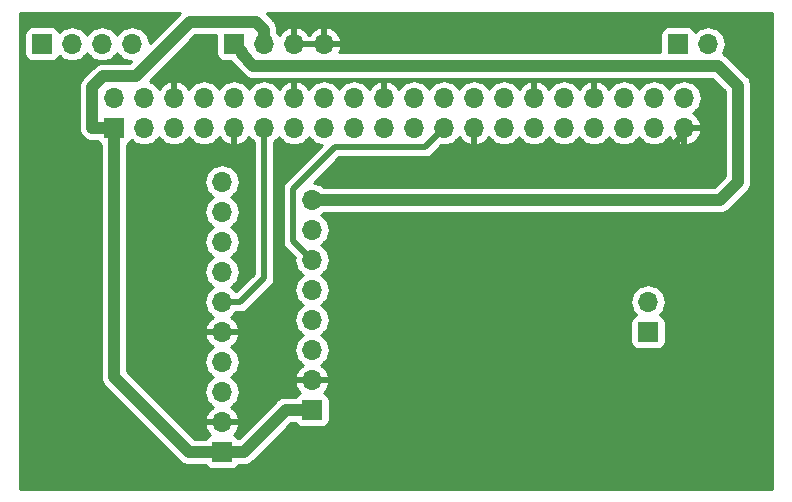
<source format=gbr>
G04 #@! TF.GenerationSoftware,KiCad,Pcbnew,(5.1.0-0)*
G04 #@! TF.CreationDate,2019-04-08T09:35:23+05:30*
G04 #@! TF.ProjectId,CAN_board,43414e5f-626f-4617-9264-2e6b69636164,rev?*
G04 #@! TF.SameCoordinates,Original*
G04 #@! TF.FileFunction,Copper,L2,Bot*
G04 #@! TF.FilePolarity,Positive*
%FSLAX46Y46*%
G04 Gerber Fmt 4.6, Leading zero omitted, Abs format (unit mm)*
G04 Created by KiCad (PCBNEW (5.1.0-0)) date 2019-04-08 09:35:23*
%MOMM*%
%LPD*%
G04 APERTURE LIST*
%ADD10R,1.700000X1.700000*%
%ADD11O,1.700000X1.700000*%
%ADD12C,0.500000*%
%ADD13C,1.000000*%
%ADD14C,0.254000*%
G04 APERTURE END LIST*
D10*
X114300000Y-43180000D03*
D11*
X114300000Y-40640000D03*
X116840000Y-43180000D03*
X116840000Y-40640000D03*
X119380000Y-43180000D03*
X119380000Y-40640000D03*
X121920000Y-43180000D03*
X121920000Y-40640000D03*
X124460000Y-43180000D03*
X124460000Y-40640000D03*
X127000000Y-43180000D03*
X127000000Y-40640000D03*
X129540000Y-43180000D03*
X129540000Y-40640000D03*
X132080000Y-43180000D03*
X132080000Y-40640000D03*
X134620000Y-43180000D03*
X134620000Y-40640000D03*
X137160000Y-43180000D03*
X137160000Y-40640000D03*
X139700000Y-43180000D03*
X139700000Y-40640000D03*
X142240000Y-43180000D03*
X142240000Y-40640000D03*
X144780000Y-43180000D03*
X144780000Y-40640000D03*
X147320000Y-43180000D03*
X147320000Y-40640000D03*
X149860000Y-43180000D03*
X149860000Y-40640000D03*
X152400000Y-43180000D03*
X152400000Y-40640000D03*
X154940000Y-43180000D03*
X154940000Y-40640000D03*
X157480000Y-43180000D03*
X157480000Y-40640000D03*
X160020000Y-43180000D03*
X160020000Y-40640000D03*
X162560000Y-43180000D03*
X162560000Y-40640000D03*
X131064000Y-49276000D03*
X131064000Y-51816000D03*
X131064000Y-54356000D03*
X131064000Y-56896000D03*
X131064000Y-59436000D03*
X131064000Y-61976000D03*
X131064000Y-64516000D03*
D10*
X131064000Y-67056000D03*
X159512000Y-60452000D03*
D11*
X159512000Y-57912000D03*
X115824000Y-36068000D03*
X113284000Y-36068000D03*
X110744000Y-36068000D03*
D10*
X108204000Y-36068000D03*
X123444000Y-70612000D03*
D11*
X123444000Y-68072000D03*
X123444000Y-65532000D03*
X123444000Y-62992000D03*
X123444000Y-60452000D03*
X123444000Y-57912000D03*
X123444000Y-55372000D03*
X123444000Y-52832000D03*
X123444000Y-50292000D03*
X123444000Y-47752000D03*
D10*
X124460000Y-36068000D03*
D11*
X127000000Y-36068000D03*
X129540000Y-36068000D03*
X132080000Y-36068000D03*
X164592000Y-36068000D03*
D10*
X162052000Y-36068000D03*
D12*
X129463999Y-52755999D02*
X131064000Y-54356000D01*
X140639999Y-44780001D02*
X133019999Y-44780001D01*
X133019999Y-44780001D02*
X129463999Y-48336001D01*
X142240000Y-43180000D02*
X140639999Y-44780001D01*
X129463999Y-48336001D02*
X129463999Y-52755999D01*
X154940000Y-40640000D02*
X154940000Y-39437919D01*
X162560000Y-43688000D02*
X161544000Y-44704000D01*
X162560000Y-43180000D02*
X162560000Y-43688000D01*
D13*
X165608000Y-49276000D02*
X131064000Y-49276000D01*
X167132000Y-47752000D02*
X165608000Y-49276000D01*
X167132000Y-39624000D02*
X167132000Y-47752000D01*
X126111999Y-37918001D02*
X165426001Y-37918001D01*
X125149999Y-36956001D02*
X126111999Y-37918001D01*
X125149999Y-36757999D02*
X125149999Y-36956001D01*
X165426001Y-37918001D02*
X167132000Y-39624000D01*
X124460000Y-36068000D02*
X125149999Y-36757999D01*
X126352080Y-34217999D02*
X120722001Y-34217999D01*
X127000000Y-34865919D02*
X126352080Y-34217999D01*
X127000000Y-36068000D02*
X127000000Y-34865919D01*
X112450000Y-43180000D02*
X114300000Y-43180000D01*
X112449999Y-39751999D02*
X112450000Y-43180000D01*
X113411999Y-38789999D02*
X112449999Y-39751999D01*
X116150001Y-38789999D02*
X113411999Y-38789999D01*
X120722001Y-34217999D02*
X116150001Y-38789999D01*
X120650000Y-70612000D02*
X123444000Y-70612000D01*
X114300000Y-64262000D02*
X120650000Y-70612000D01*
X114300000Y-43180000D02*
X114300000Y-64262000D01*
X125294000Y-70612000D02*
X128850000Y-67056000D01*
X128850000Y-67056000D02*
X131064000Y-67056000D01*
X123444000Y-70612000D02*
X125294000Y-70612000D01*
D12*
X127000000Y-43180000D02*
X127000000Y-55880000D01*
X127000000Y-55880000D02*
X124968000Y-57912000D01*
X124968000Y-57912000D02*
X123444000Y-57912000D01*
D14*
G36*
X117311763Y-36023105D02*
G01*
X117287513Y-35776889D01*
X117202599Y-35496966D01*
X117064706Y-35238986D01*
X116879134Y-35012866D01*
X116653014Y-34827294D01*
X116395034Y-34689401D01*
X116115111Y-34604487D01*
X115896950Y-34583000D01*
X115751050Y-34583000D01*
X115532889Y-34604487D01*
X115252966Y-34689401D01*
X114994986Y-34827294D01*
X114768866Y-35012866D01*
X114583294Y-35238986D01*
X114554000Y-35293791D01*
X114524706Y-35238986D01*
X114339134Y-35012866D01*
X114113014Y-34827294D01*
X113855034Y-34689401D01*
X113575111Y-34604487D01*
X113356950Y-34583000D01*
X113211050Y-34583000D01*
X112992889Y-34604487D01*
X112712966Y-34689401D01*
X112454986Y-34827294D01*
X112228866Y-35012866D01*
X112043294Y-35238986D01*
X112014000Y-35293791D01*
X111984706Y-35238986D01*
X111799134Y-35012866D01*
X111573014Y-34827294D01*
X111315034Y-34689401D01*
X111035111Y-34604487D01*
X110816950Y-34583000D01*
X110671050Y-34583000D01*
X110452889Y-34604487D01*
X110172966Y-34689401D01*
X109914986Y-34827294D01*
X109688866Y-35012866D01*
X109664393Y-35042687D01*
X109643502Y-34973820D01*
X109584537Y-34863506D01*
X109505185Y-34766815D01*
X109408494Y-34687463D01*
X109298180Y-34628498D01*
X109178482Y-34592188D01*
X109054000Y-34579928D01*
X107354000Y-34579928D01*
X107229518Y-34592188D01*
X107109820Y-34628498D01*
X106999506Y-34687463D01*
X106902815Y-34766815D01*
X106823463Y-34863506D01*
X106764498Y-34973820D01*
X106728188Y-35093518D01*
X106715928Y-35218000D01*
X106715928Y-36918000D01*
X106728188Y-37042482D01*
X106764498Y-37162180D01*
X106823463Y-37272494D01*
X106902815Y-37369185D01*
X106999506Y-37448537D01*
X107109820Y-37507502D01*
X107229518Y-37543812D01*
X107354000Y-37556072D01*
X109054000Y-37556072D01*
X109178482Y-37543812D01*
X109298180Y-37507502D01*
X109408494Y-37448537D01*
X109505185Y-37369185D01*
X109584537Y-37272494D01*
X109643502Y-37162180D01*
X109664393Y-37093313D01*
X109688866Y-37123134D01*
X109914986Y-37308706D01*
X110172966Y-37446599D01*
X110452889Y-37531513D01*
X110671050Y-37553000D01*
X110816950Y-37553000D01*
X111035111Y-37531513D01*
X111315034Y-37446599D01*
X111573014Y-37308706D01*
X111799134Y-37123134D01*
X111984706Y-36897014D01*
X112014000Y-36842209D01*
X112043294Y-36897014D01*
X112228866Y-37123134D01*
X112454986Y-37308706D01*
X112712966Y-37446599D01*
X112992889Y-37531513D01*
X113211050Y-37553000D01*
X113356950Y-37553000D01*
X113575111Y-37531513D01*
X113855034Y-37446599D01*
X114113014Y-37308706D01*
X114339134Y-37123134D01*
X114524706Y-36897014D01*
X114554000Y-36842209D01*
X114583294Y-36897014D01*
X114768866Y-37123134D01*
X114994986Y-37308706D01*
X115252966Y-37446599D01*
X115532889Y-37531513D01*
X115751050Y-37553000D01*
X115781869Y-37553000D01*
X115679870Y-37654999D01*
X113467740Y-37654999D01*
X113411998Y-37649509D01*
X113356256Y-37654999D01*
X113356247Y-37654999D01*
X113189500Y-37671422D01*
X112975552Y-37736323D01*
X112778376Y-37841715D01*
X112605550Y-37983550D01*
X112570010Y-38026856D01*
X111686858Y-38910009D01*
X111643550Y-38945551D01*
X111501715Y-39118377D01*
X111443951Y-39226447D01*
X111396323Y-39315553D01*
X111331422Y-39529501D01*
X111309508Y-39751999D01*
X111314999Y-39807751D01*
X111315001Y-43124239D01*
X111309509Y-43180000D01*
X111331423Y-43402499D01*
X111396324Y-43616447D01*
X111501716Y-43813623D01*
X111643551Y-43986449D01*
X111816377Y-44128284D01*
X112013553Y-44233676D01*
X112227501Y-44298577D01*
X112394248Y-44315000D01*
X112394256Y-44315000D01*
X112450000Y-44320490D01*
X112505742Y-44315000D01*
X112882317Y-44315000D01*
X112919463Y-44384494D01*
X112998815Y-44481185D01*
X113095506Y-44560537D01*
X113165000Y-44597683D01*
X113165001Y-64206238D01*
X113159509Y-64262000D01*
X113181423Y-64484498D01*
X113246324Y-64698446D01*
X113246325Y-64698447D01*
X113351717Y-64895623D01*
X113493552Y-65068449D01*
X113536860Y-65103991D01*
X119808009Y-71375141D01*
X119843551Y-71418449D01*
X120016377Y-71560284D01*
X120213553Y-71665676D01*
X120347076Y-71706180D01*
X120427500Y-71730577D01*
X120649999Y-71752491D01*
X120705751Y-71747000D01*
X122026317Y-71747000D01*
X122063463Y-71816494D01*
X122142815Y-71913185D01*
X122239506Y-71992537D01*
X122349820Y-72051502D01*
X122469518Y-72087812D01*
X122594000Y-72100072D01*
X124294000Y-72100072D01*
X124418482Y-72087812D01*
X124538180Y-72051502D01*
X124648494Y-71992537D01*
X124745185Y-71913185D01*
X124824537Y-71816494D01*
X124861683Y-71747000D01*
X125238249Y-71747000D01*
X125294000Y-71752491D01*
X125349751Y-71747000D01*
X125349752Y-71747000D01*
X125516499Y-71730577D01*
X125730447Y-71665676D01*
X125927623Y-71560284D01*
X126100449Y-71418449D01*
X126135996Y-71375135D01*
X129320132Y-68191000D01*
X129646317Y-68191000D01*
X129683463Y-68260494D01*
X129762815Y-68357185D01*
X129859506Y-68436537D01*
X129969820Y-68495502D01*
X130089518Y-68531812D01*
X130214000Y-68544072D01*
X131914000Y-68544072D01*
X132038482Y-68531812D01*
X132158180Y-68495502D01*
X132268494Y-68436537D01*
X132365185Y-68357185D01*
X132444537Y-68260494D01*
X132503502Y-68150180D01*
X132539812Y-68030482D01*
X132552072Y-67906000D01*
X132552072Y-66206000D01*
X132539812Y-66081518D01*
X132503502Y-65961820D01*
X132444537Y-65851506D01*
X132365185Y-65754815D01*
X132268494Y-65675463D01*
X132158180Y-65616498D01*
X132077534Y-65592034D01*
X132161588Y-65516269D01*
X132335641Y-65282920D01*
X132460825Y-65020099D01*
X132505476Y-64872890D01*
X132384155Y-64643000D01*
X131191000Y-64643000D01*
X131191000Y-64663000D01*
X130937000Y-64663000D01*
X130937000Y-64643000D01*
X129743845Y-64643000D01*
X129622524Y-64872890D01*
X129667175Y-65020099D01*
X129792359Y-65282920D01*
X129966412Y-65516269D01*
X130050466Y-65592034D01*
X129969820Y-65616498D01*
X129859506Y-65675463D01*
X129762815Y-65754815D01*
X129683463Y-65851506D01*
X129646317Y-65921000D01*
X128905741Y-65921000D01*
X128849999Y-65915510D01*
X128794257Y-65921000D01*
X128794248Y-65921000D01*
X128627501Y-65937423D01*
X128413553Y-66002324D01*
X128216377Y-66107716D01*
X128043551Y-66249551D01*
X128008009Y-66292859D01*
X124848511Y-69452358D01*
X124824537Y-69407506D01*
X124745185Y-69310815D01*
X124648494Y-69231463D01*
X124538180Y-69172498D01*
X124457534Y-69148034D01*
X124541588Y-69072269D01*
X124715641Y-68838920D01*
X124840825Y-68576099D01*
X124885476Y-68428890D01*
X124764155Y-68199000D01*
X123571000Y-68199000D01*
X123571000Y-68219000D01*
X123317000Y-68219000D01*
X123317000Y-68199000D01*
X122123845Y-68199000D01*
X122002524Y-68428890D01*
X122047175Y-68576099D01*
X122172359Y-68838920D01*
X122346412Y-69072269D01*
X122430466Y-69148034D01*
X122349820Y-69172498D01*
X122239506Y-69231463D01*
X122142815Y-69310815D01*
X122063463Y-69407506D01*
X122026317Y-69477000D01*
X121120132Y-69477000D01*
X115435000Y-63791869D01*
X115435000Y-62992000D01*
X121951815Y-62992000D01*
X121980487Y-63283111D01*
X122065401Y-63563034D01*
X122203294Y-63821014D01*
X122388866Y-64047134D01*
X122614986Y-64232706D01*
X122669791Y-64262000D01*
X122614986Y-64291294D01*
X122388866Y-64476866D01*
X122203294Y-64702986D01*
X122065401Y-64960966D01*
X121980487Y-65240889D01*
X121951815Y-65532000D01*
X121980487Y-65823111D01*
X122065401Y-66103034D01*
X122203294Y-66361014D01*
X122388866Y-66587134D01*
X122614986Y-66772706D01*
X122679523Y-66807201D01*
X122562645Y-66876822D01*
X122346412Y-67071731D01*
X122172359Y-67305080D01*
X122047175Y-67567901D01*
X122002524Y-67715110D01*
X122123845Y-67945000D01*
X123317000Y-67945000D01*
X123317000Y-67925000D01*
X123571000Y-67925000D01*
X123571000Y-67945000D01*
X124764155Y-67945000D01*
X124885476Y-67715110D01*
X124840825Y-67567901D01*
X124715641Y-67305080D01*
X124541588Y-67071731D01*
X124325355Y-66876822D01*
X124208477Y-66807201D01*
X124273014Y-66772706D01*
X124499134Y-66587134D01*
X124684706Y-66361014D01*
X124822599Y-66103034D01*
X124907513Y-65823111D01*
X124936185Y-65532000D01*
X124907513Y-65240889D01*
X124822599Y-64960966D01*
X124684706Y-64702986D01*
X124499134Y-64476866D01*
X124273014Y-64291294D01*
X124218209Y-64262000D01*
X124273014Y-64232706D01*
X124499134Y-64047134D01*
X124684706Y-63821014D01*
X124822599Y-63563034D01*
X124907513Y-63283111D01*
X124936185Y-62992000D01*
X124907513Y-62700889D01*
X124822599Y-62420966D01*
X124684706Y-62162986D01*
X124499134Y-61936866D01*
X124273014Y-61751294D01*
X124208477Y-61716799D01*
X124325355Y-61647178D01*
X124541588Y-61452269D01*
X124715641Y-61218920D01*
X124840825Y-60956099D01*
X124885476Y-60808890D01*
X124764155Y-60579000D01*
X123571000Y-60579000D01*
X123571000Y-60599000D01*
X123317000Y-60599000D01*
X123317000Y-60579000D01*
X122123845Y-60579000D01*
X122002524Y-60808890D01*
X122047175Y-60956099D01*
X122172359Y-61218920D01*
X122346412Y-61452269D01*
X122562645Y-61647178D01*
X122679523Y-61716799D01*
X122614986Y-61751294D01*
X122388866Y-61936866D01*
X122203294Y-62162986D01*
X122065401Y-62420966D01*
X121980487Y-62700889D01*
X121951815Y-62992000D01*
X115435000Y-62992000D01*
X115435000Y-44597683D01*
X115504494Y-44560537D01*
X115601185Y-44481185D01*
X115680537Y-44384494D01*
X115739502Y-44274180D01*
X115760393Y-44205313D01*
X115784866Y-44235134D01*
X116010986Y-44420706D01*
X116268966Y-44558599D01*
X116548889Y-44643513D01*
X116767050Y-44665000D01*
X116912950Y-44665000D01*
X117131111Y-44643513D01*
X117411034Y-44558599D01*
X117669014Y-44420706D01*
X117895134Y-44235134D01*
X118080706Y-44009014D01*
X118110000Y-43954209D01*
X118139294Y-44009014D01*
X118324866Y-44235134D01*
X118550986Y-44420706D01*
X118808966Y-44558599D01*
X119088889Y-44643513D01*
X119307050Y-44665000D01*
X119452950Y-44665000D01*
X119671111Y-44643513D01*
X119951034Y-44558599D01*
X120209014Y-44420706D01*
X120435134Y-44235134D01*
X120620706Y-44009014D01*
X120650000Y-43954209D01*
X120679294Y-44009014D01*
X120864866Y-44235134D01*
X121090986Y-44420706D01*
X121348966Y-44558599D01*
X121628889Y-44643513D01*
X121847050Y-44665000D01*
X121992950Y-44665000D01*
X122211111Y-44643513D01*
X122491034Y-44558599D01*
X122749014Y-44420706D01*
X122975134Y-44235134D01*
X123160706Y-44009014D01*
X123195201Y-43944477D01*
X123264822Y-44061355D01*
X123459731Y-44277588D01*
X123693080Y-44451641D01*
X123955901Y-44576825D01*
X124103110Y-44621476D01*
X124333000Y-44500155D01*
X124333000Y-43307000D01*
X124313000Y-43307000D01*
X124313000Y-43053000D01*
X124333000Y-43053000D01*
X124333000Y-43033000D01*
X124587000Y-43033000D01*
X124587000Y-43053000D01*
X124607000Y-43053000D01*
X124607000Y-43307000D01*
X124587000Y-43307000D01*
X124587000Y-44500155D01*
X124816890Y-44621476D01*
X124964099Y-44576825D01*
X125226920Y-44451641D01*
X125460269Y-44277588D01*
X125655178Y-44061355D01*
X125724799Y-43944477D01*
X125759294Y-44009014D01*
X125944866Y-44235134D01*
X126115000Y-44374760D01*
X126115001Y-55513420D01*
X124621929Y-57006492D01*
X124499134Y-56856866D01*
X124273014Y-56671294D01*
X124218209Y-56642000D01*
X124273014Y-56612706D01*
X124499134Y-56427134D01*
X124684706Y-56201014D01*
X124822599Y-55943034D01*
X124907513Y-55663111D01*
X124936185Y-55372000D01*
X124907513Y-55080889D01*
X124822599Y-54800966D01*
X124684706Y-54542986D01*
X124499134Y-54316866D01*
X124273014Y-54131294D01*
X124218209Y-54102000D01*
X124273014Y-54072706D01*
X124499134Y-53887134D01*
X124684706Y-53661014D01*
X124822599Y-53403034D01*
X124907513Y-53123111D01*
X124936185Y-52832000D01*
X124907513Y-52540889D01*
X124822599Y-52260966D01*
X124684706Y-52002986D01*
X124499134Y-51776866D01*
X124273014Y-51591294D01*
X124218209Y-51562000D01*
X124273014Y-51532706D01*
X124499134Y-51347134D01*
X124684706Y-51121014D01*
X124822599Y-50863034D01*
X124907513Y-50583111D01*
X124936185Y-50292000D01*
X124907513Y-50000889D01*
X124822599Y-49720966D01*
X124684706Y-49462986D01*
X124499134Y-49236866D01*
X124273014Y-49051294D01*
X124218209Y-49022000D01*
X124273014Y-48992706D01*
X124499134Y-48807134D01*
X124684706Y-48581014D01*
X124822599Y-48323034D01*
X124907513Y-48043111D01*
X124936185Y-47752000D01*
X124907513Y-47460889D01*
X124822599Y-47180966D01*
X124684706Y-46922986D01*
X124499134Y-46696866D01*
X124273014Y-46511294D01*
X124015034Y-46373401D01*
X123735111Y-46288487D01*
X123516950Y-46267000D01*
X123371050Y-46267000D01*
X123152889Y-46288487D01*
X122872966Y-46373401D01*
X122614986Y-46511294D01*
X122388866Y-46696866D01*
X122203294Y-46922986D01*
X122065401Y-47180966D01*
X121980487Y-47460889D01*
X121951815Y-47752000D01*
X121980487Y-48043111D01*
X122065401Y-48323034D01*
X122203294Y-48581014D01*
X122388866Y-48807134D01*
X122614986Y-48992706D01*
X122669791Y-49022000D01*
X122614986Y-49051294D01*
X122388866Y-49236866D01*
X122203294Y-49462986D01*
X122065401Y-49720966D01*
X121980487Y-50000889D01*
X121951815Y-50292000D01*
X121980487Y-50583111D01*
X122065401Y-50863034D01*
X122203294Y-51121014D01*
X122388866Y-51347134D01*
X122614986Y-51532706D01*
X122669791Y-51562000D01*
X122614986Y-51591294D01*
X122388866Y-51776866D01*
X122203294Y-52002986D01*
X122065401Y-52260966D01*
X121980487Y-52540889D01*
X121951815Y-52832000D01*
X121980487Y-53123111D01*
X122065401Y-53403034D01*
X122203294Y-53661014D01*
X122388866Y-53887134D01*
X122614986Y-54072706D01*
X122669791Y-54102000D01*
X122614986Y-54131294D01*
X122388866Y-54316866D01*
X122203294Y-54542986D01*
X122065401Y-54800966D01*
X121980487Y-55080889D01*
X121951815Y-55372000D01*
X121980487Y-55663111D01*
X122065401Y-55943034D01*
X122203294Y-56201014D01*
X122388866Y-56427134D01*
X122614986Y-56612706D01*
X122669791Y-56642000D01*
X122614986Y-56671294D01*
X122388866Y-56856866D01*
X122203294Y-57082986D01*
X122065401Y-57340966D01*
X121980487Y-57620889D01*
X121951815Y-57912000D01*
X121980487Y-58203111D01*
X122065401Y-58483034D01*
X122203294Y-58741014D01*
X122388866Y-58967134D01*
X122614986Y-59152706D01*
X122679523Y-59187201D01*
X122562645Y-59256822D01*
X122346412Y-59451731D01*
X122172359Y-59685080D01*
X122047175Y-59947901D01*
X122002524Y-60095110D01*
X122123845Y-60325000D01*
X123317000Y-60325000D01*
X123317000Y-60305000D01*
X123571000Y-60305000D01*
X123571000Y-60325000D01*
X124764155Y-60325000D01*
X124885476Y-60095110D01*
X124840825Y-59947901D01*
X124715641Y-59685080D01*
X124541588Y-59451731D01*
X124325355Y-59256822D01*
X124208477Y-59187201D01*
X124273014Y-59152706D01*
X124499134Y-58967134D01*
X124638759Y-58797000D01*
X124924531Y-58797000D01*
X124968000Y-58801281D01*
X125011469Y-58797000D01*
X125011477Y-58797000D01*
X125141490Y-58784195D01*
X125308313Y-58733589D01*
X125462059Y-58651411D01*
X125596817Y-58540817D01*
X125624534Y-58507044D01*
X127595049Y-56536530D01*
X127628817Y-56508817D01*
X127739411Y-56374059D01*
X127821589Y-56220313D01*
X127872195Y-56053490D01*
X127885000Y-55923477D01*
X127885000Y-55923469D01*
X127889281Y-55880000D01*
X127885000Y-55836531D01*
X127885000Y-44374759D01*
X128055134Y-44235134D01*
X128240706Y-44009014D01*
X128270000Y-43954209D01*
X128299294Y-44009014D01*
X128484866Y-44235134D01*
X128710986Y-44420706D01*
X128968966Y-44558599D01*
X129248889Y-44643513D01*
X129467050Y-44665000D01*
X129612950Y-44665000D01*
X129831111Y-44643513D01*
X130111034Y-44558599D01*
X130369014Y-44420706D01*
X130595134Y-44235134D01*
X130780706Y-44009014D01*
X130810000Y-43954209D01*
X130839294Y-44009014D01*
X131024866Y-44235134D01*
X131250986Y-44420706D01*
X131508966Y-44558599D01*
X131788889Y-44643513D01*
X131894506Y-44653915D01*
X128868955Y-47679467D01*
X128835182Y-47707184D01*
X128724588Y-47841943D01*
X128642410Y-47995689D01*
X128607156Y-48111905D01*
X128593348Y-48157423D01*
X128591804Y-48162512D01*
X128578999Y-48292525D01*
X128578999Y-48292532D01*
X128574718Y-48336001D01*
X128578999Y-48379470D01*
X128579000Y-52712520D01*
X128574718Y-52755999D01*
X128591804Y-52929489D01*
X128642411Y-53096312D01*
X128724589Y-53250058D01*
X128807467Y-53351045D01*
X128807470Y-53351048D01*
X128835183Y-53384816D01*
X128868950Y-53412528D01*
X129593388Y-54136966D01*
X129571815Y-54356000D01*
X129600487Y-54647111D01*
X129685401Y-54927034D01*
X129823294Y-55185014D01*
X130008866Y-55411134D01*
X130234986Y-55596706D01*
X130289791Y-55626000D01*
X130234986Y-55655294D01*
X130008866Y-55840866D01*
X129823294Y-56066986D01*
X129685401Y-56324966D01*
X129600487Y-56604889D01*
X129571815Y-56896000D01*
X129600487Y-57187111D01*
X129685401Y-57467034D01*
X129823294Y-57725014D01*
X130008866Y-57951134D01*
X130234986Y-58136706D01*
X130289791Y-58166000D01*
X130234986Y-58195294D01*
X130008866Y-58380866D01*
X129823294Y-58606986D01*
X129685401Y-58864966D01*
X129600487Y-59144889D01*
X129571815Y-59436000D01*
X129600487Y-59727111D01*
X129685401Y-60007034D01*
X129823294Y-60265014D01*
X130008866Y-60491134D01*
X130234986Y-60676706D01*
X130289791Y-60706000D01*
X130234986Y-60735294D01*
X130008866Y-60920866D01*
X129823294Y-61146986D01*
X129685401Y-61404966D01*
X129600487Y-61684889D01*
X129571815Y-61976000D01*
X129600487Y-62267111D01*
X129685401Y-62547034D01*
X129823294Y-62805014D01*
X130008866Y-63031134D01*
X130234986Y-63216706D01*
X130299523Y-63251201D01*
X130182645Y-63320822D01*
X129966412Y-63515731D01*
X129792359Y-63749080D01*
X129667175Y-64011901D01*
X129622524Y-64159110D01*
X129743845Y-64389000D01*
X130937000Y-64389000D01*
X130937000Y-64369000D01*
X131191000Y-64369000D01*
X131191000Y-64389000D01*
X132384155Y-64389000D01*
X132505476Y-64159110D01*
X132460825Y-64011901D01*
X132335641Y-63749080D01*
X132161588Y-63515731D01*
X131945355Y-63320822D01*
X131828477Y-63251201D01*
X131893014Y-63216706D01*
X132119134Y-63031134D01*
X132304706Y-62805014D01*
X132442599Y-62547034D01*
X132527513Y-62267111D01*
X132556185Y-61976000D01*
X132527513Y-61684889D01*
X132442599Y-61404966D01*
X132304706Y-61146986D01*
X132119134Y-60920866D01*
X131893014Y-60735294D01*
X131838209Y-60706000D01*
X131893014Y-60676706D01*
X132119134Y-60491134D01*
X132304706Y-60265014D01*
X132442599Y-60007034D01*
X132527513Y-59727111D01*
X132556185Y-59436000D01*
X132527513Y-59144889D01*
X132442599Y-58864966D01*
X132304706Y-58606986D01*
X132119134Y-58380866D01*
X131893014Y-58195294D01*
X131838209Y-58166000D01*
X131893014Y-58136706D01*
X132119134Y-57951134D01*
X132151250Y-57912000D01*
X158019815Y-57912000D01*
X158048487Y-58203111D01*
X158133401Y-58483034D01*
X158271294Y-58741014D01*
X158456866Y-58967134D01*
X158486687Y-58991607D01*
X158417820Y-59012498D01*
X158307506Y-59071463D01*
X158210815Y-59150815D01*
X158131463Y-59247506D01*
X158072498Y-59357820D01*
X158036188Y-59477518D01*
X158023928Y-59602000D01*
X158023928Y-61302000D01*
X158036188Y-61426482D01*
X158072498Y-61546180D01*
X158131463Y-61656494D01*
X158210815Y-61753185D01*
X158307506Y-61832537D01*
X158417820Y-61891502D01*
X158537518Y-61927812D01*
X158662000Y-61940072D01*
X160362000Y-61940072D01*
X160486482Y-61927812D01*
X160606180Y-61891502D01*
X160716494Y-61832537D01*
X160813185Y-61753185D01*
X160892537Y-61656494D01*
X160951502Y-61546180D01*
X160987812Y-61426482D01*
X161000072Y-61302000D01*
X161000072Y-59602000D01*
X160987812Y-59477518D01*
X160951502Y-59357820D01*
X160892537Y-59247506D01*
X160813185Y-59150815D01*
X160716494Y-59071463D01*
X160606180Y-59012498D01*
X160537313Y-58991607D01*
X160567134Y-58967134D01*
X160752706Y-58741014D01*
X160890599Y-58483034D01*
X160975513Y-58203111D01*
X161004185Y-57912000D01*
X160975513Y-57620889D01*
X160890599Y-57340966D01*
X160752706Y-57082986D01*
X160567134Y-56856866D01*
X160341014Y-56671294D01*
X160083034Y-56533401D01*
X159803111Y-56448487D01*
X159584950Y-56427000D01*
X159439050Y-56427000D01*
X159220889Y-56448487D01*
X158940966Y-56533401D01*
X158682986Y-56671294D01*
X158456866Y-56856866D01*
X158271294Y-57082986D01*
X158133401Y-57340966D01*
X158048487Y-57620889D01*
X158019815Y-57912000D01*
X132151250Y-57912000D01*
X132304706Y-57725014D01*
X132442599Y-57467034D01*
X132527513Y-57187111D01*
X132556185Y-56896000D01*
X132527513Y-56604889D01*
X132442599Y-56324966D01*
X132304706Y-56066986D01*
X132119134Y-55840866D01*
X131893014Y-55655294D01*
X131838209Y-55626000D01*
X131893014Y-55596706D01*
X132119134Y-55411134D01*
X132304706Y-55185014D01*
X132442599Y-54927034D01*
X132527513Y-54647111D01*
X132556185Y-54356000D01*
X132527513Y-54064889D01*
X132442599Y-53784966D01*
X132304706Y-53526986D01*
X132119134Y-53300866D01*
X131893014Y-53115294D01*
X131838209Y-53086000D01*
X131893014Y-53056706D01*
X132119134Y-52871134D01*
X132304706Y-52645014D01*
X132442599Y-52387034D01*
X132527513Y-52107111D01*
X132556185Y-51816000D01*
X132527513Y-51524889D01*
X132442599Y-51244966D01*
X132304706Y-50986986D01*
X132119134Y-50760866D01*
X131893014Y-50575294D01*
X131838209Y-50546000D01*
X131893014Y-50516706D01*
X132021817Y-50411000D01*
X165552249Y-50411000D01*
X165608000Y-50416491D01*
X165663751Y-50411000D01*
X165663752Y-50411000D01*
X165830499Y-50394577D01*
X166044447Y-50329676D01*
X166241623Y-50224284D01*
X166414449Y-50082449D01*
X166449996Y-50039135D01*
X167895140Y-48593991D01*
X167938449Y-48558449D01*
X168080284Y-48385623D01*
X168185676Y-48188447D01*
X168250577Y-47974499D01*
X168267000Y-47807752D01*
X168267000Y-47807743D01*
X168272490Y-47752001D01*
X168267000Y-47696259D01*
X168267000Y-39679751D01*
X168272491Y-39624000D01*
X168250577Y-39401501D01*
X168185676Y-39187553D01*
X168116691Y-39058491D01*
X168080284Y-38990377D01*
X167938449Y-38817551D01*
X167895140Y-38782009D01*
X166267997Y-37154866D01*
X166232450Y-37111552D01*
X166059624Y-36969717D01*
X165862448Y-36864325D01*
X165851890Y-36861122D01*
X165970599Y-36639034D01*
X166055513Y-36359111D01*
X166084185Y-36068000D01*
X166055513Y-35776889D01*
X165970599Y-35496966D01*
X165832706Y-35238986D01*
X165647134Y-35012866D01*
X165421014Y-34827294D01*
X165163034Y-34689401D01*
X164883111Y-34604487D01*
X164664950Y-34583000D01*
X164519050Y-34583000D01*
X164300889Y-34604487D01*
X164020966Y-34689401D01*
X163762986Y-34827294D01*
X163536866Y-35012866D01*
X163512393Y-35042687D01*
X163491502Y-34973820D01*
X163432537Y-34863506D01*
X163353185Y-34766815D01*
X163256494Y-34687463D01*
X163146180Y-34628498D01*
X163026482Y-34592188D01*
X162902000Y-34579928D01*
X161202000Y-34579928D01*
X161077518Y-34592188D01*
X160957820Y-34628498D01*
X160847506Y-34687463D01*
X160750815Y-34766815D01*
X160671463Y-34863506D01*
X160612498Y-34973820D01*
X160576188Y-35093518D01*
X160563928Y-35218000D01*
X160563928Y-36783001D01*
X133374270Y-36783001D01*
X133424157Y-36699252D01*
X133521481Y-36424891D01*
X133400814Y-36195000D01*
X132207000Y-36195000D01*
X132207000Y-36215000D01*
X131953000Y-36215000D01*
X131953000Y-36195000D01*
X129667000Y-36195000D01*
X129667000Y-36215000D01*
X129413000Y-36215000D01*
X129413000Y-36195000D01*
X129393000Y-36195000D01*
X129393000Y-35941000D01*
X129413000Y-35941000D01*
X129413000Y-34747845D01*
X129667000Y-34747845D01*
X129667000Y-35941000D01*
X131953000Y-35941000D01*
X131953000Y-34747845D01*
X132207000Y-34747845D01*
X132207000Y-35941000D01*
X133400814Y-35941000D01*
X133521481Y-35711109D01*
X133424157Y-35436748D01*
X133275178Y-35186645D01*
X133080269Y-34970412D01*
X132846920Y-34796359D01*
X132584099Y-34671175D01*
X132436890Y-34626524D01*
X132207000Y-34747845D01*
X131953000Y-34747845D01*
X131723110Y-34626524D01*
X131575901Y-34671175D01*
X131313080Y-34796359D01*
X131079731Y-34970412D01*
X130884822Y-35186645D01*
X130810000Y-35312255D01*
X130735178Y-35186645D01*
X130540269Y-34970412D01*
X130306920Y-34796359D01*
X130044099Y-34671175D01*
X129896890Y-34626524D01*
X129667000Y-34747845D01*
X129413000Y-34747845D01*
X129183110Y-34626524D01*
X129035901Y-34671175D01*
X128773080Y-34796359D01*
X128539731Y-34970412D01*
X128344822Y-35186645D01*
X128275201Y-35303523D01*
X128240706Y-35238986D01*
X128135000Y-35110183D01*
X128135000Y-34921660D01*
X128140490Y-34865918D01*
X128135000Y-34810176D01*
X128135000Y-34810167D01*
X128118577Y-34643420D01*
X128053676Y-34429472D01*
X127948284Y-34232296D01*
X127806449Y-34059470D01*
X127763135Y-34023923D01*
X127215212Y-33476000D01*
X169978001Y-33476000D01*
X169978000Y-34255122D01*
X169978000Y-34509124D01*
X169978001Y-73523513D01*
X169978000Y-73523523D01*
X169978000Y-73712000D01*
X106374000Y-73712000D01*
X106374000Y-33476000D01*
X119858868Y-33476000D01*
X117311763Y-36023105D01*
X117311763Y-36023105D01*
G37*
X117311763Y-36023105D02*
X117287513Y-35776889D01*
X117202599Y-35496966D01*
X117064706Y-35238986D01*
X116879134Y-35012866D01*
X116653014Y-34827294D01*
X116395034Y-34689401D01*
X116115111Y-34604487D01*
X115896950Y-34583000D01*
X115751050Y-34583000D01*
X115532889Y-34604487D01*
X115252966Y-34689401D01*
X114994986Y-34827294D01*
X114768866Y-35012866D01*
X114583294Y-35238986D01*
X114554000Y-35293791D01*
X114524706Y-35238986D01*
X114339134Y-35012866D01*
X114113014Y-34827294D01*
X113855034Y-34689401D01*
X113575111Y-34604487D01*
X113356950Y-34583000D01*
X113211050Y-34583000D01*
X112992889Y-34604487D01*
X112712966Y-34689401D01*
X112454986Y-34827294D01*
X112228866Y-35012866D01*
X112043294Y-35238986D01*
X112014000Y-35293791D01*
X111984706Y-35238986D01*
X111799134Y-35012866D01*
X111573014Y-34827294D01*
X111315034Y-34689401D01*
X111035111Y-34604487D01*
X110816950Y-34583000D01*
X110671050Y-34583000D01*
X110452889Y-34604487D01*
X110172966Y-34689401D01*
X109914986Y-34827294D01*
X109688866Y-35012866D01*
X109664393Y-35042687D01*
X109643502Y-34973820D01*
X109584537Y-34863506D01*
X109505185Y-34766815D01*
X109408494Y-34687463D01*
X109298180Y-34628498D01*
X109178482Y-34592188D01*
X109054000Y-34579928D01*
X107354000Y-34579928D01*
X107229518Y-34592188D01*
X107109820Y-34628498D01*
X106999506Y-34687463D01*
X106902815Y-34766815D01*
X106823463Y-34863506D01*
X106764498Y-34973820D01*
X106728188Y-35093518D01*
X106715928Y-35218000D01*
X106715928Y-36918000D01*
X106728188Y-37042482D01*
X106764498Y-37162180D01*
X106823463Y-37272494D01*
X106902815Y-37369185D01*
X106999506Y-37448537D01*
X107109820Y-37507502D01*
X107229518Y-37543812D01*
X107354000Y-37556072D01*
X109054000Y-37556072D01*
X109178482Y-37543812D01*
X109298180Y-37507502D01*
X109408494Y-37448537D01*
X109505185Y-37369185D01*
X109584537Y-37272494D01*
X109643502Y-37162180D01*
X109664393Y-37093313D01*
X109688866Y-37123134D01*
X109914986Y-37308706D01*
X110172966Y-37446599D01*
X110452889Y-37531513D01*
X110671050Y-37553000D01*
X110816950Y-37553000D01*
X111035111Y-37531513D01*
X111315034Y-37446599D01*
X111573014Y-37308706D01*
X111799134Y-37123134D01*
X111984706Y-36897014D01*
X112014000Y-36842209D01*
X112043294Y-36897014D01*
X112228866Y-37123134D01*
X112454986Y-37308706D01*
X112712966Y-37446599D01*
X112992889Y-37531513D01*
X113211050Y-37553000D01*
X113356950Y-37553000D01*
X113575111Y-37531513D01*
X113855034Y-37446599D01*
X114113014Y-37308706D01*
X114339134Y-37123134D01*
X114524706Y-36897014D01*
X114554000Y-36842209D01*
X114583294Y-36897014D01*
X114768866Y-37123134D01*
X114994986Y-37308706D01*
X115252966Y-37446599D01*
X115532889Y-37531513D01*
X115751050Y-37553000D01*
X115781869Y-37553000D01*
X115679870Y-37654999D01*
X113467740Y-37654999D01*
X113411998Y-37649509D01*
X113356256Y-37654999D01*
X113356247Y-37654999D01*
X113189500Y-37671422D01*
X112975552Y-37736323D01*
X112778376Y-37841715D01*
X112605550Y-37983550D01*
X112570010Y-38026856D01*
X111686858Y-38910009D01*
X111643550Y-38945551D01*
X111501715Y-39118377D01*
X111443951Y-39226447D01*
X111396323Y-39315553D01*
X111331422Y-39529501D01*
X111309508Y-39751999D01*
X111314999Y-39807751D01*
X111315001Y-43124239D01*
X111309509Y-43180000D01*
X111331423Y-43402499D01*
X111396324Y-43616447D01*
X111501716Y-43813623D01*
X111643551Y-43986449D01*
X111816377Y-44128284D01*
X112013553Y-44233676D01*
X112227501Y-44298577D01*
X112394248Y-44315000D01*
X112394256Y-44315000D01*
X112450000Y-44320490D01*
X112505742Y-44315000D01*
X112882317Y-44315000D01*
X112919463Y-44384494D01*
X112998815Y-44481185D01*
X113095506Y-44560537D01*
X113165000Y-44597683D01*
X113165001Y-64206238D01*
X113159509Y-64262000D01*
X113181423Y-64484498D01*
X113246324Y-64698446D01*
X113246325Y-64698447D01*
X113351717Y-64895623D01*
X113493552Y-65068449D01*
X113536860Y-65103991D01*
X119808009Y-71375141D01*
X119843551Y-71418449D01*
X120016377Y-71560284D01*
X120213553Y-71665676D01*
X120347076Y-71706180D01*
X120427500Y-71730577D01*
X120649999Y-71752491D01*
X120705751Y-71747000D01*
X122026317Y-71747000D01*
X122063463Y-71816494D01*
X122142815Y-71913185D01*
X122239506Y-71992537D01*
X122349820Y-72051502D01*
X122469518Y-72087812D01*
X122594000Y-72100072D01*
X124294000Y-72100072D01*
X124418482Y-72087812D01*
X124538180Y-72051502D01*
X124648494Y-71992537D01*
X124745185Y-71913185D01*
X124824537Y-71816494D01*
X124861683Y-71747000D01*
X125238249Y-71747000D01*
X125294000Y-71752491D01*
X125349751Y-71747000D01*
X125349752Y-71747000D01*
X125516499Y-71730577D01*
X125730447Y-71665676D01*
X125927623Y-71560284D01*
X126100449Y-71418449D01*
X126135996Y-71375135D01*
X129320132Y-68191000D01*
X129646317Y-68191000D01*
X129683463Y-68260494D01*
X129762815Y-68357185D01*
X129859506Y-68436537D01*
X129969820Y-68495502D01*
X130089518Y-68531812D01*
X130214000Y-68544072D01*
X131914000Y-68544072D01*
X132038482Y-68531812D01*
X132158180Y-68495502D01*
X132268494Y-68436537D01*
X132365185Y-68357185D01*
X132444537Y-68260494D01*
X132503502Y-68150180D01*
X132539812Y-68030482D01*
X132552072Y-67906000D01*
X132552072Y-66206000D01*
X132539812Y-66081518D01*
X132503502Y-65961820D01*
X132444537Y-65851506D01*
X132365185Y-65754815D01*
X132268494Y-65675463D01*
X132158180Y-65616498D01*
X132077534Y-65592034D01*
X132161588Y-65516269D01*
X132335641Y-65282920D01*
X132460825Y-65020099D01*
X132505476Y-64872890D01*
X132384155Y-64643000D01*
X131191000Y-64643000D01*
X131191000Y-64663000D01*
X130937000Y-64663000D01*
X130937000Y-64643000D01*
X129743845Y-64643000D01*
X129622524Y-64872890D01*
X129667175Y-65020099D01*
X129792359Y-65282920D01*
X129966412Y-65516269D01*
X130050466Y-65592034D01*
X129969820Y-65616498D01*
X129859506Y-65675463D01*
X129762815Y-65754815D01*
X129683463Y-65851506D01*
X129646317Y-65921000D01*
X128905741Y-65921000D01*
X128849999Y-65915510D01*
X128794257Y-65921000D01*
X128794248Y-65921000D01*
X128627501Y-65937423D01*
X128413553Y-66002324D01*
X128216377Y-66107716D01*
X128043551Y-66249551D01*
X128008009Y-66292859D01*
X124848511Y-69452358D01*
X124824537Y-69407506D01*
X124745185Y-69310815D01*
X124648494Y-69231463D01*
X124538180Y-69172498D01*
X124457534Y-69148034D01*
X124541588Y-69072269D01*
X124715641Y-68838920D01*
X124840825Y-68576099D01*
X124885476Y-68428890D01*
X124764155Y-68199000D01*
X123571000Y-68199000D01*
X123571000Y-68219000D01*
X123317000Y-68219000D01*
X123317000Y-68199000D01*
X122123845Y-68199000D01*
X122002524Y-68428890D01*
X122047175Y-68576099D01*
X122172359Y-68838920D01*
X122346412Y-69072269D01*
X122430466Y-69148034D01*
X122349820Y-69172498D01*
X122239506Y-69231463D01*
X122142815Y-69310815D01*
X122063463Y-69407506D01*
X122026317Y-69477000D01*
X121120132Y-69477000D01*
X115435000Y-63791869D01*
X115435000Y-62992000D01*
X121951815Y-62992000D01*
X121980487Y-63283111D01*
X122065401Y-63563034D01*
X122203294Y-63821014D01*
X122388866Y-64047134D01*
X122614986Y-64232706D01*
X122669791Y-64262000D01*
X122614986Y-64291294D01*
X122388866Y-64476866D01*
X122203294Y-64702986D01*
X122065401Y-64960966D01*
X121980487Y-65240889D01*
X121951815Y-65532000D01*
X121980487Y-65823111D01*
X122065401Y-66103034D01*
X122203294Y-66361014D01*
X122388866Y-66587134D01*
X122614986Y-66772706D01*
X122679523Y-66807201D01*
X122562645Y-66876822D01*
X122346412Y-67071731D01*
X122172359Y-67305080D01*
X122047175Y-67567901D01*
X122002524Y-67715110D01*
X122123845Y-67945000D01*
X123317000Y-67945000D01*
X123317000Y-67925000D01*
X123571000Y-67925000D01*
X123571000Y-67945000D01*
X124764155Y-67945000D01*
X124885476Y-67715110D01*
X124840825Y-67567901D01*
X124715641Y-67305080D01*
X124541588Y-67071731D01*
X124325355Y-66876822D01*
X124208477Y-66807201D01*
X124273014Y-66772706D01*
X124499134Y-66587134D01*
X124684706Y-66361014D01*
X124822599Y-66103034D01*
X124907513Y-65823111D01*
X124936185Y-65532000D01*
X124907513Y-65240889D01*
X124822599Y-64960966D01*
X124684706Y-64702986D01*
X124499134Y-64476866D01*
X124273014Y-64291294D01*
X124218209Y-64262000D01*
X124273014Y-64232706D01*
X124499134Y-64047134D01*
X124684706Y-63821014D01*
X124822599Y-63563034D01*
X124907513Y-63283111D01*
X124936185Y-62992000D01*
X124907513Y-62700889D01*
X124822599Y-62420966D01*
X124684706Y-62162986D01*
X124499134Y-61936866D01*
X124273014Y-61751294D01*
X124208477Y-61716799D01*
X124325355Y-61647178D01*
X124541588Y-61452269D01*
X124715641Y-61218920D01*
X124840825Y-60956099D01*
X124885476Y-60808890D01*
X124764155Y-60579000D01*
X123571000Y-60579000D01*
X123571000Y-60599000D01*
X123317000Y-60599000D01*
X123317000Y-60579000D01*
X122123845Y-60579000D01*
X122002524Y-60808890D01*
X122047175Y-60956099D01*
X122172359Y-61218920D01*
X122346412Y-61452269D01*
X122562645Y-61647178D01*
X122679523Y-61716799D01*
X122614986Y-61751294D01*
X122388866Y-61936866D01*
X122203294Y-62162986D01*
X122065401Y-62420966D01*
X121980487Y-62700889D01*
X121951815Y-62992000D01*
X115435000Y-62992000D01*
X115435000Y-44597683D01*
X115504494Y-44560537D01*
X115601185Y-44481185D01*
X115680537Y-44384494D01*
X115739502Y-44274180D01*
X115760393Y-44205313D01*
X115784866Y-44235134D01*
X116010986Y-44420706D01*
X116268966Y-44558599D01*
X116548889Y-44643513D01*
X116767050Y-44665000D01*
X116912950Y-44665000D01*
X117131111Y-44643513D01*
X117411034Y-44558599D01*
X117669014Y-44420706D01*
X117895134Y-44235134D01*
X118080706Y-44009014D01*
X118110000Y-43954209D01*
X118139294Y-44009014D01*
X118324866Y-44235134D01*
X118550986Y-44420706D01*
X118808966Y-44558599D01*
X119088889Y-44643513D01*
X119307050Y-44665000D01*
X119452950Y-44665000D01*
X119671111Y-44643513D01*
X119951034Y-44558599D01*
X120209014Y-44420706D01*
X120435134Y-44235134D01*
X120620706Y-44009014D01*
X120650000Y-43954209D01*
X120679294Y-44009014D01*
X120864866Y-44235134D01*
X121090986Y-44420706D01*
X121348966Y-44558599D01*
X121628889Y-44643513D01*
X121847050Y-44665000D01*
X121992950Y-44665000D01*
X122211111Y-44643513D01*
X122491034Y-44558599D01*
X122749014Y-44420706D01*
X122975134Y-44235134D01*
X123160706Y-44009014D01*
X123195201Y-43944477D01*
X123264822Y-44061355D01*
X123459731Y-44277588D01*
X123693080Y-44451641D01*
X123955901Y-44576825D01*
X124103110Y-44621476D01*
X124333000Y-44500155D01*
X124333000Y-43307000D01*
X124313000Y-43307000D01*
X124313000Y-43053000D01*
X124333000Y-43053000D01*
X124333000Y-43033000D01*
X124587000Y-43033000D01*
X124587000Y-43053000D01*
X124607000Y-43053000D01*
X124607000Y-43307000D01*
X124587000Y-43307000D01*
X124587000Y-44500155D01*
X124816890Y-44621476D01*
X124964099Y-44576825D01*
X125226920Y-44451641D01*
X125460269Y-44277588D01*
X125655178Y-44061355D01*
X125724799Y-43944477D01*
X125759294Y-44009014D01*
X125944866Y-44235134D01*
X126115000Y-44374760D01*
X126115001Y-55513420D01*
X124621929Y-57006492D01*
X124499134Y-56856866D01*
X124273014Y-56671294D01*
X124218209Y-56642000D01*
X124273014Y-56612706D01*
X124499134Y-56427134D01*
X124684706Y-56201014D01*
X124822599Y-55943034D01*
X124907513Y-55663111D01*
X124936185Y-55372000D01*
X124907513Y-55080889D01*
X124822599Y-54800966D01*
X124684706Y-54542986D01*
X124499134Y-54316866D01*
X124273014Y-54131294D01*
X124218209Y-54102000D01*
X124273014Y-54072706D01*
X124499134Y-53887134D01*
X124684706Y-53661014D01*
X124822599Y-53403034D01*
X124907513Y-53123111D01*
X124936185Y-52832000D01*
X124907513Y-52540889D01*
X124822599Y-52260966D01*
X124684706Y-52002986D01*
X124499134Y-51776866D01*
X124273014Y-51591294D01*
X124218209Y-51562000D01*
X124273014Y-51532706D01*
X124499134Y-51347134D01*
X124684706Y-51121014D01*
X124822599Y-50863034D01*
X124907513Y-50583111D01*
X124936185Y-50292000D01*
X124907513Y-50000889D01*
X124822599Y-49720966D01*
X124684706Y-49462986D01*
X124499134Y-49236866D01*
X124273014Y-49051294D01*
X124218209Y-49022000D01*
X124273014Y-48992706D01*
X124499134Y-48807134D01*
X124684706Y-48581014D01*
X124822599Y-48323034D01*
X124907513Y-48043111D01*
X124936185Y-47752000D01*
X124907513Y-47460889D01*
X124822599Y-47180966D01*
X124684706Y-46922986D01*
X124499134Y-46696866D01*
X124273014Y-46511294D01*
X124015034Y-46373401D01*
X123735111Y-46288487D01*
X123516950Y-46267000D01*
X123371050Y-46267000D01*
X123152889Y-46288487D01*
X122872966Y-46373401D01*
X122614986Y-46511294D01*
X122388866Y-46696866D01*
X122203294Y-46922986D01*
X122065401Y-47180966D01*
X121980487Y-47460889D01*
X121951815Y-47752000D01*
X121980487Y-48043111D01*
X122065401Y-48323034D01*
X122203294Y-48581014D01*
X122388866Y-48807134D01*
X122614986Y-48992706D01*
X122669791Y-49022000D01*
X122614986Y-49051294D01*
X122388866Y-49236866D01*
X122203294Y-49462986D01*
X122065401Y-49720966D01*
X121980487Y-50000889D01*
X121951815Y-50292000D01*
X121980487Y-50583111D01*
X122065401Y-50863034D01*
X122203294Y-51121014D01*
X122388866Y-51347134D01*
X122614986Y-51532706D01*
X122669791Y-51562000D01*
X122614986Y-51591294D01*
X122388866Y-51776866D01*
X122203294Y-52002986D01*
X122065401Y-52260966D01*
X121980487Y-52540889D01*
X121951815Y-52832000D01*
X121980487Y-53123111D01*
X122065401Y-53403034D01*
X122203294Y-53661014D01*
X122388866Y-53887134D01*
X122614986Y-54072706D01*
X122669791Y-54102000D01*
X122614986Y-54131294D01*
X122388866Y-54316866D01*
X122203294Y-54542986D01*
X122065401Y-54800966D01*
X121980487Y-55080889D01*
X121951815Y-55372000D01*
X121980487Y-55663111D01*
X122065401Y-55943034D01*
X122203294Y-56201014D01*
X122388866Y-56427134D01*
X122614986Y-56612706D01*
X122669791Y-56642000D01*
X122614986Y-56671294D01*
X122388866Y-56856866D01*
X122203294Y-57082986D01*
X122065401Y-57340966D01*
X121980487Y-57620889D01*
X121951815Y-57912000D01*
X121980487Y-58203111D01*
X122065401Y-58483034D01*
X122203294Y-58741014D01*
X122388866Y-58967134D01*
X122614986Y-59152706D01*
X122679523Y-59187201D01*
X122562645Y-59256822D01*
X122346412Y-59451731D01*
X122172359Y-59685080D01*
X122047175Y-59947901D01*
X122002524Y-60095110D01*
X122123845Y-60325000D01*
X123317000Y-60325000D01*
X123317000Y-60305000D01*
X123571000Y-60305000D01*
X123571000Y-60325000D01*
X124764155Y-60325000D01*
X124885476Y-60095110D01*
X124840825Y-59947901D01*
X124715641Y-59685080D01*
X124541588Y-59451731D01*
X124325355Y-59256822D01*
X124208477Y-59187201D01*
X124273014Y-59152706D01*
X124499134Y-58967134D01*
X124638759Y-58797000D01*
X124924531Y-58797000D01*
X124968000Y-58801281D01*
X125011469Y-58797000D01*
X125011477Y-58797000D01*
X125141490Y-58784195D01*
X125308313Y-58733589D01*
X125462059Y-58651411D01*
X125596817Y-58540817D01*
X125624534Y-58507044D01*
X127595049Y-56536530D01*
X127628817Y-56508817D01*
X127739411Y-56374059D01*
X127821589Y-56220313D01*
X127872195Y-56053490D01*
X127885000Y-55923477D01*
X127885000Y-55923469D01*
X127889281Y-55880000D01*
X127885000Y-55836531D01*
X127885000Y-44374759D01*
X128055134Y-44235134D01*
X128240706Y-44009014D01*
X128270000Y-43954209D01*
X128299294Y-44009014D01*
X128484866Y-44235134D01*
X128710986Y-44420706D01*
X128968966Y-44558599D01*
X129248889Y-44643513D01*
X129467050Y-44665000D01*
X129612950Y-44665000D01*
X129831111Y-44643513D01*
X130111034Y-44558599D01*
X130369014Y-44420706D01*
X130595134Y-44235134D01*
X130780706Y-44009014D01*
X130810000Y-43954209D01*
X130839294Y-44009014D01*
X131024866Y-44235134D01*
X131250986Y-44420706D01*
X131508966Y-44558599D01*
X131788889Y-44643513D01*
X131894506Y-44653915D01*
X128868955Y-47679467D01*
X128835182Y-47707184D01*
X128724588Y-47841943D01*
X128642410Y-47995689D01*
X128607156Y-48111905D01*
X128593348Y-48157423D01*
X128591804Y-48162512D01*
X128578999Y-48292525D01*
X128578999Y-48292532D01*
X128574718Y-48336001D01*
X128578999Y-48379470D01*
X128579000Y-52712520D01*
X128574718Y-52755999D01*
X128591804Y-52929489D01*
X128642411Y-53096312D01*
X128724589Y-53250058D01*
X128807467Y-53351045D01*
X128807470Y-53351048D01*
X128835183Y-53384816D01*
X128868950Y-53412528D01*
X129593388Y-54136966D01*
X129571815Y-54356000D01*
X129600487Y-54647111D01*
X129685401Y-54927034D01*
X129823294Y-55185014D01*
X130008866Y-55411134D01*
X130234986Y-55596706D01*
X130289791Y-55626000D01*
X130234986Y-55655294D01*
X130008866Y-55840866D01*
X129823294Y-56066986D01*
X129685401Y-56324966D01*
X129600487Y-56604889D01*
X129571815Y-56896000D01*
X129600487Y-57187111D01*
X129685401Y-57467034D01*
X129823294Y-57725014D01*
X130008866Y-57951134D01*
X130234986Y-58136706D01*
X130289791Y-58166000D01*
X130234986Y-58195294D01*
X130008866Y-58380866D01*
X129823294Y-58606986D01*
X129685401Y-58864966D01*
X129600487Y-59144889D01*
X129571815Y-59436000D01*
X129600487Y-59727111D01*
X129685401Y-60007034D01*
X129823294Y-60265014D01*
X130008866Y-60491134D01*
X130234986Y-60676706D01*
X130289791Y-60706000D01*
X130234986Y-60735294D01*
X130008866Y-60920866D01*
X129823294Y-61146986D01*
X129685401Y-61404966D01*
X129600487Y-61684889D01*
X129571815Y-61976000D01*
X129600487Y-62267111D01*
X129685401Y-62547034D01*
X129823294Y-62805014D01*
X130008866Y-63031134D01*
X130234986Y-63216706D01*
X130299523Y-63251201D01*
X130182645Y-63320822D01*
X129966412Y-63515731D01*
X129792359Y-63749080D01*
X129667175Y-64011901D01*
X129622524Y-64159110D01*
X129743845Y-64389000D01*
X130937000Y-64389000D01*
X130937000Y-64369000D01*
X131191000Y-64369000D01*
X131191000Y-64389000D01*
X132384155Y-64389000D01*
X132505476Y-64159110D01*
X132460825Y-64011901D01*
X132335641Y-63749080D01*
X132161588Y-63515731D01*
X131945355Y-63320822D01*
X131828477Y-63251201D01*
X131893014Y-63216706D01*
X132119134Y-63031134D01*
X132304706Y-62805014D01*
X132442599Y-62547034D01*
X132527513Y-62267111D01*
X132556185Y-61976000D01*
X132527513Y-61684889D01*
X132442599Y-61404966D01*
X132304706Y-61146986D01*
X132119134Y-60920866D01*
X131893014Y-60735294D01*
X131838209Y-60706000D01*
X131893014Y-60676706D01*
X132119134Y-60491134D01*
X132304706Y-60265014D01*
X132442599Y-60007034D01*
X132527513Y-59727111D01*
X132556185Y-59436000D01*
X132527513Y-59144889D01*
X132442599Y-58864966D01*
X132304706Y-58606986D01*
X132119134Y-58380866D01*
X131893014Y-58195294D01*
X131838209Y-58166000D01*
X131893014Y-58136706D01*
X132119134Y-57951134D01*
X132151250Y-57912000D01*
X158019815Y-57912000D01*
X158048487Y-58203111D01*
X158133401Y-58483034D01*
X158271294Y-58741014D01*
X158456866Y-58967134D01*
X158486687Y-58991607D01*
X158417820Y-59012498D01*
X158307506Y-59071463D01*
X158210815Y-59150815D01*
X158131463Y-59247506D01*
X158072498Y-59357820D01*
X158036188Y-59477518D01*
X158023928Y-59602000D01*
X158023928Y-61302000D01*
X158036188Y-61426482D01*
X158072498Y-61546180D01*
X158131463Y-61656494D01*
X158210815Y-61753185D01*
X158307506Y-61832537D01*
X158417820Y-61891502D01*
X158537518Y-61927812D01*
X158662000Y-61940072D01*
X160362000Y-61940072D01*
X160486482Y-61927812D01*
X160606180Y-61891502D01*
X160716494Y-61832537D01*
X160813185Y-61753185D01*
X160892537Y-61656494D01*
X160951502Y-61546180D01*
X160987812Y-61426482D01*
X161000072Y-61302000D01*
X161000072Y-59602000D01*
X160987812Y-59477518D01*
X160951502Y-59357820D01*
X160892537Y-59247506D01*
X160813185Y-59150815D01*
X160716494Y-59071463D01*
X160606180Y-59012498D01*
X160537313Y-58991607D01*
X160567134Y-58967134D01*
X160752706Y-58741014D01*
X160890599Y-58483034D01*
X160975513Y-58203111D01*
X161004185Y-57912000D01*
X160975513Y-57620889D01*
X160890599Y-57340966D01*
X160752706Y-57082986D01*
X160567134Y-56856866D01*
X160341014Y-56671294D01*
X160083034Y-56533401D01*
X159803111Y-56448487D01*
X159584950Y-56427000D01*
X159439050Y-56427000D01*
X159220889Y-56448487D01*
X158940966Y-56533401D01*
X158682986Y-56671294D01*
X158456866Y-56856866D01*
X158271294Y-57082986D01*
X158133401Y-57340966D01*
X158048487Y-57620889D01*
X158019815Y-57912000D01*
X132151250Y-57912000D01*
X132304706Y-57725014D01*
X132442599Y-57467034D01*
X132527513Y-57187111D01*
X132556185Y-56896000D01*
X132527513Y-56604889D01*
X132442599Y-56324966D01*
X132304706Y-56066986D01*
X132119134Y-55840866D01*
X131893014Y-55655294D01*
X131838209Y-55626000D01*
X131893014Y-55596706D01*
X132119134Y-55411134D01*
X132304706Y-55185014D01*
X132442599Y-54927034D01*
X132527513Y-54647111D01*
X132556185Y-54356000D01*
X132527513Y-54064889D01*
X132442599Y-53784966D01*
X132304706Y-53526986D01*
X132119134Y-53300866D01*
X131893014Y-53115294D01*
X131838209Y-53086000D01*
X131893014Y-53056706D01*
X132119134Y-52871134D01*
X132304706Y-52645014D01*
X132442599Y-52387034D01*
X132527513Y-52107111D01*
X132556185Y-51816000D01*
X132527513Y-51524889D01*
X132442599Y-51244966D01*
X132304706Y-50986986D01*
X132119134Y-50760866D01*
X131893014Y-50575294D01*
X131838209Y-50546000D01*
X131893014Y-50516706D01*
X132021817Y-50411000D01*
X165552249Y-50411000D01*
X165608000Y-50416491D01*
X165663751Y-50411000D01*
X165663752Y-50411000D01*
X165830499Y-50394577D01*
X166044447Y-50329676D01*
X166241623Y-50224284D01*
X166414449Y-50082449D01*
X166449996Y-50039135D01*
X167895140Y-48593991D01*
X167938449Y-48558449D01*
X168080284Y-48385623D01*
X168185676Y-48188447D01*
X168250577Y-47974499D01*
X168267000Y-47807752D01*
X168267000Y-47807743D01*
X168272490Y-47752001D01*
X168267000Y-47696259D01*
X168267000Y-39679751D01*
X168272491Y-39624000D01*
X168250577Y-39401501D01*
X168185676Y-39187553D01*
X168116691Y-39058491D01*
X168080284Y-38990377D01*
X167938449Y-38817551D01*
X167895140Y-38782009D01*
X166267997Y-37154866D01*
X166232450Y-37111552D01*
X166059624Y-36969717D01*
X165862448Y-36864325D01*
X165851890Y-36861122D01*
X165970599Y-36639034D01*
X166055513Y-36359111D01*
X166084185Y-36068000D01*
X166055513Y-35776889D01*
X165970599Y-35496966D01*
X165832706Y-35238986D01*
X165647134Y-35012866D01*
X165421014Y-34827294D01*
X165163034Y-34689401D01*
X164883111Y-34604487D01*
X164664950Y-34583000D01*
X164519050Y-34583000D01*
X164300889Y-34604487D01*
X164020966Y-34689401D01*
X163762986Y-34827294D01*
X163536866Y-35012866D01*
X163512393Y-35042687D01*
X163491502Y-34973820D01*
X163432537Y-34863506D01*
X163353185Y-34766815D01*
X163256494Y-34687463D01*
X163146180Y-34628498D01*
X163026482Y-34592188D01*
X162902000Y-34579928D01*
X161202000Y-34579928D01*
X161077518Y-34592188D01*
X160957820Y-34628498D01*
X160847506Y-34687463D01*
X160750815Y-34766815D01*
X160671463Y-34863506D01*
X160612498Y-34973820D01*
X160576188Y-35093518D01*
X160563928Y-35218000D01*
X160563928Y-36783001D01*
X133374270Y-36783001D01*
X133424157Y-36699252D01*
X133521481Y-36424891D01*
X133400814Y-36195000D01*
X132207000Y-36195000D01*
X132207000Y-36215000D01*
X131953000Y-36215000D01*
X131953000Y-36195000D01*
X129667000Y-36195000D01*
X129667000Y-36215000D01*
X129413000Y-36215000D01*
X129413000Y-36195000D01*
X129393000Y-36195000D01*
X129393000Y-35941000D01*
X129413000Y-35941000D01*
X129413000Y-34747845D01*
X129667000Y-34747845D01*
X129667000Y-35941000D01*
X131953000Y-35941000D01*
X131953000Y-34747845D01*
X132207000Y-34747845D01*
X132207000Y-35941000D01*
X133400814Y-35941000D01*
X133521481Y-35711109D01*
X133424157Y-35436748D01*
X133275178Y-35186645D01*
X133080269Y-34970412D01*
X132846920Y-34796359D01*
X132584099Y-34671175D01*
X132436890Y-34626524D01*
X132207000Y-34747845D01*
X131953000Y-34747845D01*
X131723110Y-34626524D01*
X131575901Y-34671175D01*
X131313080Y-34796359D01*
X131079731Y-34970412D01*
X130884822Y-35186645D01*
X130810000Y-35312255D01*
X130735178Y-35186645D01*
X130540269Y-34970412D01*
X130306920Y-34796359D01*
X130044099Y-34671175D01*
X129896890Y-34626524D01*
X129667000Y-34747845D01*
X129413000Y-34747845D01*
X129183110Y-34626524D01*
X129035901Y-34671175D01*
X128773080Y-34796359D01*
X128539731Y-34970412D01*
X128344822Y-35186645D01*
X128275201Y-35303523D01*
X128240706Y-35238986D01*
X128135000Y-35110183D01*
X128135000Y-34921660D01*
X128140490Y-34865918D01*
X128135000Y-34810176D01*
X128135000Y-34810167D01*
X128118577Y-34643420D01*
X128053676Y-34429472D01*
X127948284Y-34232296D01*
X127806449Y-34059470D01*
X127763135Y-34023923D01*
X127215212Y-33476000D01*
X169978001Y-33476000D01*
X169978000Y-34255122D01*
X169978000Y-34509124D01*
X169978001Y-73523513D01*
X169978000Y-73523523D01*
X169978000Y-73712000D01*
X106374000Y-73712000D01*
X106374000Y-33476000D01*
X119858868Y-33476000D01*
X117311763Y-36023105D01*
G36*
X122971928Y-36918000D02*
G01*
X122984188Y-37042482D01*
X123020498Y-37162180D01*
X123079463Y-37272494D01*
X123158815Y-37369185D01*
X123255506Y-37448537D01*
X123365820Y-37507502D01*
X123485518Y-37543812D01*
X123610000Y-37556072D01*
X124183781Y-37556072D01*
X124201715Y-37589624D01*
X124343551Y-37762450D01*
X124386859Y-37797992D01*
X125270007Y-38681141D01*
X125305550Y-38724450D01*
X125478376Y-38866285D01*
X125675552Y-38971677D01*
X125889500Y-39036578D01*
X126056247Y-39053001D01*
X126056256Y-39053001D01*
X126111998Y-39058491D01*
X126167740Y-39053001D01*
X164955870Y-39053001D01*
X165997000Y-40094132D01*
X165997001Y-47281867D01*
X165137869Y-48141000D01*
X132021817Y-48141000D01*
X131893014Y-48035294D01*
X131635034Y-47897401D01*
X131355111Y-47812487D01*
X131249494Y-47802085D01*
X133386578Y-45665001D01*
X140596530Y-45665001D01*
X140639999Y-45669282D01*
X140683468Y-45665001D01*
X140683476Y-45665001D01*
X140813489Y-45652196D01*
X140980312Y-45601590D01*
X141134058Y-45519412D01*
X141268816Y-45408818D01*
X141296533Y-45375045D01*
X142020966Y-44650612D01*
X142167050Y-44665000D01*
X142312950Y-44665000D01*
X142531111Y-44643513D01*
X142811034Y-44558599D01*
X143069014Y-44420706D01*
X143295134Y-44235134D01*
X143480706Y-44009014D01*
X143515201Y-43944477D01*
X143584822Y-44061355D01*
X143779731Y-44277588D01*
X144013080Y-44451641D01*
X144275901Y-44576825D01*
X144423110Y-44621476D01*
X144653000Y-44500155D01*
X144653000Y-43307000D01*
X144633000Y-43307000D01*
X144633000Y-43053000D01*
X144653000Y-43053000D01*
X144653000Y-43033000D01*
X144907000Y-43033000D01*
X144907000Y-43053000D01*
X144927000Y-43053000D01*
X144927000Y-43307000D01*
X144907000Y-43307000D01*
X144907000Y-44500155D01*
X145136890Y-44621476D01*
X145284099Y-44576825D01*
X145546920Y-44451641D01*
X145780269Y-44277588D01*
X145975178Y-44061355D01*
X146044799Y-43944477D01*
X146079294Y-44009014D01*
X146264866Y-44235134D01*
X146490986Y-44420706D01*
X146748966Y-44558599D01*
X147028889Y-44643513D01*
X147247050Y-44665000D01*
X147392950Y-44665000D01*
X147611111Y-44643513D01*
X147891034Y-44558599D01*
X148149014Y-44420706D01*
X148375134Y-44235134D01*
X148560706Y-44009014D01*
X148590000Y-43954209D01*
X148619294Y-44009014D01*
X148804866Y-44235134D01*
X149030986Y-44420706D01*
X149288966Y-44558599D01*
X149568889Y-44643513D01*
X149787050Y-44665000D01*
X149932950Y-44665000D01*
X150151111Y-44643513D01*
X150431034Y-44558599D01*
X150689014Y-44420706D01*
X150915134Y-44235134D01*
X151100706Y-44009014D01*
X151130000Y-43954209D01*
X151159294Y-44009014D01*
X151344866Y-44235134D01*
X151570986Y-44420706D01*
X151828966Y-44558599D01*
X152108889Y-44643513D01*
X152327050Y-44665000D01*
X152472950Y-44665000D01*
X152691111Y-44643513D01*
X152971034Y-44558599D01*
X153229014Y-44420706D01*
X153455134Y-44235134D01*
X153640706Y-44009014D01*
X153670000Y-43954209D01*
X153699294Y-44009014D01*
X153884866Y-44235134D01*
X154110986Y-44420706D01*
X154368966Y-44558599D01*
X154648889Y-44643513D01*
X154867050Y-44665000D01*
X155012950Y-44665000D01*
X155231111Y-44643513D01*
X155511034Y-44558599D01*
X155769014Y-44420706D01*
X155995134Y-44235134D01*
X156180706Y-44009014D01*
X156210000Y-43954209D01*
X156239294Y-44009014D01*
X156424866Y-44235134D01*
X156650986Y-44420706D01*
X156908966Y-44558599D01*
X157188889Y-44643513D01*
X157407050Y-44665000D01*
X157552950Y-44665000D01*
X157771111Y-44643513D01*
X158051034Y-44558599D01*
X158309014Y-44420706D01*
X158535134Y-44235134D01*
X158720706Y-44009014D01*
X158750000Y-43954209D01*
X158779294Y-44009014D01*
X158964866Y-44235134D01*
X159190986Y-44420706D01*
X159448966Y-44558599D01*
X159728889Y-44643513D01*
X159947050Y-44665000D01*
X160092950Y-44665000D01*
X160311111Y-44643513D01*
X160591034Y-44558599D01*
X160849014Y-44420706D01*
X161075134Y-44235134D01*
X161260706Y-44009014D01*
X161295201Y-43944477D01*
X161364822Y-44061355D01*
X161559731Y-44277588D01*
X161793080Y-44451641D01*
X162055901Y-44576825D01*
X162203110Y-44621476D01*
X162433000Y-44500155D01*
X162433000Y-43307000D01*
X162687000Y-43307000D01*
X162687000Y-44500155D01*
X162916890Y-44621476D01*
X163064099Y-44576825D01*
X163326920Y-44451641D01*
X163560269Y-44277588D01*
X163755178Y-44061355D01*
X163904157Y-43811252D01*
X164001481Y-43536891D01*
X163880814Y-43307000D01*
X162687000Y-43307000D01*
X162433000Y-43307000D01*
X162413000Y-43307000D01*
X162413000Y-43053000D01*
X162433000Y-43053000D01*
X162433000Y-43033000D01*
X162687000Y-43033000D01*
X162687000Y-43053000D01*
X163880814Y-43053000D01*
X164001481Y-42823109D01*
X163904157Y-42548748D01*
X163755178Y-42298645D01*
X163560269Y-42082412D01*
X163331244Y-41911584D01*
X163389014Y-41880706D01*
X163615134Y-41695134D01*
X163800706Y-41469014D01*
X163938599Y-41211034D01*
X164023513Y-40931111D01*
X164052185Y-40640000D01*
X164023513Y-40348889D01*
X163938599Y-40068966D01*
X163800706Y-39810986D01*
X163615134Y-39584866D01*
X163389014Y-39399294D01*
X163131034Y-39261401D01*
X162851111Y-39176487D01*
X162632950Y-39155000D01*
X162487050Y-39155000D01*
X162268889Y-39176487D01*
X161988966Y-39261401D01*
X161730986Y-39399294D01*
X161504866Y-39584866D01*
X161319294Y-39810986D01*
X161290000Y-39865791D01*
X161260706Y-39810986D01*
X161075134Y-39584866D01*
X160849014Y-39399294D01*
X160591034Y-39261401D01*
X160311111Y-39176487D01*
X160092950Y-39155000D01*
X159947050Y-39155000D01*
X159728889Y-39176487D01*
X159448966Y-39261401D01*
X159190986Y-39399294D01*
X158964866Y-39584866D01*
X158779294Y-39810986D01*
X158750000Y-39865791D01*
X158720706Y-39810986D01*
X158535134Y-39584866D01*
X158309014Y-39399294D01*
X158051034Y-39261401D01*
X157771111Y-39176487D01*
X157552950Y-39155000D01*
X157407050Y-39155000D01*
X157188889Y-39176487D01*
X156908966Y-39261401D01*
X156650986Y-39399294D01*
X156424866Y-39584866D01*
X156239294Y-39810986D01*
X156204799Y-39875523D01*
X156135178Y-39758645D01*
X155940269Y-39542412D01*
X155706920Y-39368359D01*
X155444099Y-39243175D01*
X155296890Y-39198524D01*
X155067000Y-39319845D01*
X155067000Y-40513000D01*
X155087000Y-40513000D01*
X155087000Y-40767000D01*
X155067000Y-40767000D01*
X155067000Y-40787000D01*
X154813000Y-40787000D01*
X154813000Y-40767000D01*
X154793000Y-40767000D01*
X154793000Y-40513000D01*
X154813000Y-40513000D01*
X154813000Y-39319845D01*
X154583110Y-39198524D01*
X154435901Y-39243175D01*
X154173080Y-39368359D01*
X153939731Y-39542412D01*
X153744822Y-39758645D01*
X153675201Y-39875523D01*
X153640706Y-39810986D01*
X153455134Y-39584866D01*
X153229014Y-39399294D01*
X152971034Y-39261401D01*
X152691111Y-39176487D01*
X152472950Y-39155000D01*
X152327050Y-39155000D01*
X152108889Y-39176487D01*
X151828966Y-39261401D01*
X151570986Y-39399294D01*
X151344866Y-39584866D01*
X151159294Y-39810986D01*
X151124799Y-39875523D01*
X151055178Y-39758645D01*
X150860269Y-39542412D01*
X150626920Y-39368359D01*
X150364099Y-39243175D01*
X150216890Y-39198524D01*
X149987000Y-39319845D01*
X149987000Y-40513000D01*
X150007000Y-40513000D01*
X150007000Y-40767000D01*
X149987000Y-40767000D01*
X149987000Y-40787000D01*
X149733000Y-40787000D01*
X149733000Y-40767000D01*
X149713000Y-40767000D01*
X149713000Y-40513000D01*
X149733000Y-40513000D01*
X149733000Y-39319845D01*
X149503110Y-39198524D01*
X149355901Y-39243175D01*
X149093080Y-39368359D01*
X148859731Y-39542412D01*
X148664822Y-39758645D01*
X148595201Y-39875523D01*
X148560706Y-39810986D01*
X148375134Y-39584866D01*
X148149014Y-39399294D01*
X147891034Y-39261401D01*
X147611111Y-39176487D01*
X147392950Y-39155000D01*
X147247050Y-39155000D01*
X147028889Y-39176487D01*
X146748966Y-39261401D01*
X146490986Y-39399294D01*
X146264866Y-39584866D01*
X146079294Y-39810986D01*
X146050000Y-39865791D01*
X146020706Y-39810986D01*
X145835134Y-39584866D01*
X145609014Y-39399294D01*
X145351034Y-39261401D01*
X145071111Y-39176487D01*
X144852950Y-39155000D01*
X144707050Y-39155000D01*
X144488889Y-39176487D01*
X144208966Y-39261401D01*
X143950986Y-39399294D01*
X143724866Y-39584866D01*
X143539294Y-39810986D01*
X143510000Y-39865791D01*
X143480706Y-39810986D01*
X143295134Y-39584866D01*
X143069014Y-39399294D01*
X142811034Y-39261401D01*
X142531111Y-39176487D01*
X142312950Y-39155000D01*
X142167050Y-39155000D01*
X141948889Y-39176487D01*
X141668966Y-39261401D01*
X141410986Y-39399294D01*
X141184866Y-39584866D01*
X140999294Y-39810986D01*
X140970000Y-39865791D01*
X140940706Y-39810986D01*
X140755134Y-39584866D01*
X140529014Y-39399294D01*
X140271034Y-39261401D01*
X139991111Y-39176487D01*
X139772950Y-39155000D01*
X139627050Y-39155000D01*
X139408889Y-39176487D01*
X139128966Y-39261401D01*
X138870986Y-39399294D01*
X138644866Y-39584866D01*
X138459294Y-39810986D01*
X138424799Y-39875523D01*
X138355178Y-39758645D01*
X138160269Y-39542412D01*
X137926920Y-39368359D01*
X137664099Y-39243175D01*
X137516890Y-39198524D01*
X137287000Y-39319845D01*
X137287000Y-40513000D01*
X137307000Y-40513000D01*
X137307000Y-40767000D01*
X137287000Y-40767000D01*
X137287000Y-40787000D01*
X137033000Y-40787000D01*
X137033000Y-40767000D01*
X137013000Y-40767000D01*
X137013000Y-40513000D01*
X137033000Y-40513000D01*
X137033000Y-39319845D01*
X136803110Y-39198524D01*
X136655901Y-39243175D01*
X136393080Y-39368359D01*
X136159731Y-39542412D01*
X135964822Y-39758645D01*
X135895201Y-39875523D01*
X135860706Y-39810986D01*
X135675134Y-39584866D01*
X135449014Y-39399294D01*
X135191034Y-39261401D01*
X134911111Y-39176487D01*
X134692950Y-39155000D01*
X134547050Y-39155000D01*
X134328889Y-39176487D01*
X134048966Y-39261401D01*
X133790986Y-39399294D01*
X133564866Y-39584866D01*
X133379294Y-39810986D01*
X133350000Y-39865791D01*
X133320706Y-39810986D01*
X133135134Y-39584866D01*
X132909014Y-39399294D01*
X132651034Y-39261401D01*
X132371111Y-39176487D01*
X132152950Y-39155000D01*
X132007050Y-39155000D01*
X131788889Y-39176487D01*
X131508966Y-39261401D01*
X131250986Y-39399294D01*
X131024866Y-39584866D01*
X130839294Y-39810986D01*
X130804799Y-39875523D01*
X130735178Y-39758645D01*
X130540269Y-39542412D01*
X130306920Y-39368359D01*
X130044099Y-39243175D01*
X129896890Y-39198524D01*
X129667000Y-39319845D01*
X129667000Y-40513000D01*
X129687000Y-40513000D01*
X129687000Y-40767000D01*
X129667000Y-40767000D01*
X129667000Y-40787000D01*
X129413000Y-40787000D01*
X129413000Y-40767000D01*
X129393000Y-40767000D01*
X129393000Y-40513000D01*
X129413000Y-40513000D01*
X129413000Y-39319845D01*
X129183110Y-39198524D01*
X129035901Y-39243175D01*
X128773080Y-39368359D01*
X128539731Y-39542412D01*
X128344822Y-39758645D01*
X128275201Y-39875523D01*
X128240706Y-39810986D01*
X128055134Y-39584866D01*
X127829014Y-39399294D01*
X127571034Y-39261401D01*
X127291111Y-39176487D01*
X127072950Y-39155000D01*
X126927050Y-39155000D01*
X126708889Y-39176487D01*
X126428966Y-39261401D01*
X126170986Y-39399294D01*
X125944866Y-39584866D01*
X125759294Y-39810986D01*
X125730000Y-39865791D01*
X125700706Y-39810986D01*
X125515134Y-39584866D01*
X125289014Y-39399294D01*
X125031034Y-39261401D01*
X124751111Y-39176487D01*
X124532950Y-39155000D01*
X124387050Y-39155000D01*
X124168889Y-39176487D01*
X123888966Y-39261401D01*
X123630986Y-39399294D01*
X123404866Y-39584866D01*
X123219294Y-39810986D01*
X123190000Y-39865791D01*
X123160706Y-39810986D01*
X122975134Y-39584866D01*
X122749014Y-39399294D01*
X122491034Y-39261401D01*
X122211111Y-39176487D01*
X121992950Y-39155000D01*
X121847050Y-39155000D01*
X121628889Y-39176487D01*
X121348966Y-39261401D01*
X121090986Y-39399294D01*
X120864866Y-39584866D01*
X120679294Y-39810986D01*
X120644799Y-39875523D01*
X120575178Y-39758645D01*
X120380269Y-39542412D01*
X120146920Y-39368359D01*
X119884099Y-39243175D01*
X119736890Y-39198524D01*
X119507000Y-39319845D01*
X119507000Y-40513000D01*
X119527000Y-40513000D01*
X119527000Y-40767000D01*
X119507000Y-40767000D01*
X119507000Y-40787000D01*
X119253000Y-40787000D01*
X119253000Y-40767000D01*
X119233000Y-40767000D01*
X119233000Y-40513000D01*
X119253000Y-40513000D01*
X119253000Y-39319845D01*
X119023110Y-39198524D01*
X118875901Y-39243175D01*
X118613080Y-39368359D01*
X118379731Y-39542412D01*
X118184822Y-39758645D01*
X118115201Y-39875523D01*
X118080706Y-39810986D01*
X117895134Y-39584866D01*
X117669014Y-39399294D01*
X117411034Y-39261401D01*
X117313359Y-39231772D01*
X121192133Y-35352999D01*
X122971928Y-35352999D01*
X122971928Y-36918000D01*
X122971928Y-36918000D01*
G37*
X122971928Y-36918000D02*
X122984188Y-37042482D01*
X123020498Y-37162180D01*
X123079463Y-37272494D01*
X123158815Y-37369185D01*
X123255506Y-37448537D01*
X123365820Y-37507502D01*
X123485518Y-37543812D01*
X123610000Y-37556072D01*
X124183781Y-37556072D01*
X124201715Y-37589624D01*
X124343551Y-37762450D01*
X124386859Y-37797992D01*
X125270007Y-38681141D01*
X125305550Y-38724450D01*
X125478376Y-38866285D01*
X125675552Y-38971677D01*
X125889500Y-39036578D01*
X126056247Y-39053001D01*
X126056256Y-39053001D01*
X126111998Y-39058491D01*
X126167740Y-39053001D01*
X164955870Y-39053001D01*
X165997000Y-40094132D01*
X165997001Y-47281867D01*
X165137869Y-48141000D01*
X132021817Y-48141000D01*
X131893014Y-48035294D01*
X131635034Y-47897401D01*
X131355111Y-47812487D01*
X131249494Y-47802085D01*
X133386578Y-45665001D01*
X140596530Y-45665001D01*
X140639999Y-45669282D01*
X140683468Y-45665001D01*
X140683476Y-45665001D01*
X140813489Y-45652196D01*
X140980312Y-45601590D01*
X141134058Y-45519412D01*
X141268816Y-45408818D01*
X141296533Y-45375045D01*
X142020966Y-44650612D01*
X142167050Y-44665000D01*
X142312950Y-44665000D01*
X142531111Y-44643513D01*
X142811034Y-44558599D01*
X143069014Y-44420706D01*
X143295134Y-44235134D01*
X143480706Y-44009014D01*
X143515201Y-43944477D01*
X143584822Y-44061355D01*
X143779731Y-44277588D01*
X144013080Y-44451641D01*
X144275901Y-44576825D01*
X144423110Y-44621476D01*
X144653000Y-44500155D01*
X144653000Y-43307000D01*
X144633000Y-43307000D01*
X144633000Y-43053000D01*
X144653000Y-43053000D01*
X144653000Y-43033000D01*
X144907000Y-43033000D01*
X144907000Y-43053000D01*
X144927000Y-43053000D01*
X144927000Y-43307000D01*
X144907000Y-43307000D01*
X144907000Y-44500155D01*
X145136890Y-44621476D01*
X145284099Y-44576825D01*
X145546920Y-44451641D01*
X145780269Y-44277588D01*
X145975178Y-44061355D01*
X146044799Y-43944477D01*
X146079294Y-44009014D01*
X146264866Y-44235134D01*
X146490986Y-44420706D01*
X146748966Y-44558599D01*
X147028889Y-44643513D01*
X147247050Y-44665000D01*
X147392950Y-44665000D01*
X147611111Y-44643513D01*
X147891034Y-44558599D01*
X148149014Y-44420706D01*
X148375134Y-44235134D01*
X148560706Y-44009014D01*
X148590000Y-43954209D01*
X148619294Y-44009014D01*
X148804866Y-44235134D01*
X149030986Y-44420706D01*
X149288966Y-44558599D01*
X149568889Y-44643513D01*
X149787050Y-44665000D01*
X149932950Y-44665000D01*
X150151111Y-44643513D01*
X150431034Y-44558599D01*
X150689014Y-44420706D01*
X150915134Y-44235134D01*
X151100706Y-44009014D01*
X151130000Y-43954209D01*
X151159294Y-44009014D01*
X151344866Y-44235134D01*
X151570986Y-44420706D01*
X151828966Y-44558599D01*
X152108889Y-44643513D01*
X152327050Y-44665000D01*
X152472950Y-44665000D01*
X152691111Y-44643513D01*
X152971034Y-44558599D01*
X153229014Y-44420706D01*
X153455134Y-44235134D01*
X153640706Y-44009014D01*
X153670000Y-43954209D01*
X153699294Y-44009014D01*
X153884866Y-44235134D01*
X154110986Y-44420706D01*
X154368966Y-44558599D01*
X154648889Y-44643513D01*
X154867050Y-44665000D01*
X155012950Y-44665000D01*
X155231111Y-44643513D01*
X155511034Y-44558599D01*
X155769014Y-44420706D01*
X155995134Y-44235134D01*
X156180706Y-44009014D01*
X156210000Y-43954209D01*
X156239294Y-44009014D01*
X156424866Y-44235134D01*
X156650986Y-44420706D01*
X156908966Y-44558599D01*
X157188889Y-44643513D01*
X157407050Y-44665000D01*
X157552950Y-44665000D01*
X157771111Y-44643513D01*
X158051034Y-44558599D01*
X158309014Y-44420706D01*
X158535134Y-44235134D01*
X158720706Y-44009014D01*
X158750000Y-43954209D01*
X158779294Y-44009014D01*
X158964866Y-44235134D01*
X159190986Y-44420706D01*
X159448966Y-44558599D01*
X159728889Y-44643513D01*
X159947050Y-44665000D01*
X160092950Y-44665000D01*
X160311111Y-44643513D01*
X160591034Y-44558599D01*
X160849014Y-44420706D01*
X161075134Y-44235134D01*
X161260706Y-44009014D01*
X161295201Y-43944477D01*
X161364822Y-44061355D01*
X161559731Y-44277588D01*
X161793080Y-44451641D01*
X162055901Y-44576825D01*
X162203110Y-44621476D01*
X162433000Y-44500155D01*
X162433000Y-43307000D01*
X162687000Y-43307000D01*
X162687000Y-44500155D01*
X162916890Y-44621476D01*
X163064099Y-44576825D01*
X163326920Y-44451641D01*
X163560269Y-44277588D01*
X163755178Y-44061355D01*
X163904157Y-43811252D01*
X164001481Y-43536891D01*
X163880814Y-43307000D01*
X162687000Y-43307000D01*
X162433000Y-43307000D01*
X162413000Y-43307000D01*
X162413000Y-43053000D01*
X162433000Y-43053000D01*
X162433000Y-43033000D01*
X162687000Y-43033000D01*
X162687000Y-43053000D01*
X163880814Y-43053000D01*
X164001481Y-42823109D01*
X163904157Y-42548748D01*
X163755178Y-42298645D01*
X163560269Y-42082412D01*
X163331244Y-41911584D01*
X163389014Y-41880706D01*
X163615134Y-41695134D01*
X163800706Y-41469014D01*
X163938599Y-41211034D01*
X164023513Y-40931111D01*
X164052185Y-40640000D01*
X164023513Y-40348889D01*
X163938599Y-40068966D01*
X163800706Y-39810986D01*
X163615134Y-39584866D01*
X163389014Y-39399294D01*
X163131034Y-39261401D01*
X162851111Y-39176487D01*
X162632950Y-39155000D01*
X162487050Y-39155000D01*
X162268889Y-39176487D01*
X161988966Y-39261401D01*
X161730986Y-39399294D01*
X161504866Y-39584866D01*
X161319294Y-39810986D01*
X161290000Y-39865791D01*
X161260706Y-39810986D01*
X161075134Y-39584866D01*
X160849014Y-39399294D01*
X160591034Y-39261401D01*
X160311111Y-39176487D01*
X160092950Y-39155000D01*
X159947050Y-39155000D01*
X159728889Y-39176487D01*
X159448966Y-39261401D01*
X159190986Y-39399294D01*
X158964866Y-39584866D01*
X158779294Y-39810986D01*
X158750000Y-39865791D01*
X158720706Y-39810986D01*
X158535134Y-39584866D01*
X158309014Y-39399294D01*
X158051034Y-39261401D01*
X157771111Y-39176487D01*
X157552950Y-39155000D01*
X157407050Y-39155000D01*
X157188889Y-39176487D01*
X156908966Y-39261401D01*
X156650986Y-39399294D01*
X156424866Y-39584866D01*
X156239294Y-39810986D01*
X156204799Y-39875523D01*
X156135178Y-39758645D01*
X155940269Y-39542412D01*
X155706920Y-39368359D01*
X155444099Y-39243175D01*
X155296890Y-39198524D01*
X155067000Y-39319845D01*
X155067000Y-40513000D01*
X155087000Y-40513000D01*
X155087000Y-40767000D01*
X155067000Y-40767000D01*
X155067000Y-40787000D01*
X154813000Y-40787000D01*
X154813000Y-40767000D01*
X154793000Y-40767000D01*
X154793000Y-40513000D01*
X154813000Y-40513000D01*
X154813000Y-39319845D01*
X154583110Y-39198524D01*
X154435901Y-39243175D01*
X154173080Y-39368359D01*
X153939731Y-39542412D01*
X153744822Y-39758645D01*
X153675201Y-39875523D01*
X153640706Y-39810986D01*
X153455134Y-39584866D01*
X153229014Y-39399294D01*
X152971034Y-39261401D01*
X152691111Y-39176487D01*
X152472950Y-39155000D01*
X152327050Y-39155000D01*
X152108889Y-39176487D01*
X151828966Y-39261401D01*
X151570986Y-39399294D01*
X151344866Y-39584866D01*
X151159294Y-39810986D01*
X151124799Y-39875523D01*
X151055178Y-39758645D01*
X150860269Y-39542412D01*
X150626920Y-39368359D01*
X150364099Y-39243175D01*
X150216890Y-39198524D01*
X149987000Y-39319845D01*
X149987000Y-40513000D01*
X150007000Y-40513000D01*
X150007000Y-40767000D01*
X149987000Y-40767000D01*
X149987000Y-40787000D01*
X149733000Y-40787000D01*
X149733000Y-40767000D01*
X149713000Y-40767000D01*
X149713000Y-40513000D01*
X149733000Y-40513000D01*
X149733000Y-39319845D01*
X149503110Y-39198524D01*
X149355901Y-39243175D01*
X149093080Y-39368359D01*
X148859731Y-39542412D01*
X148664822Y-39758645D01*
X148595201Y-39875523D01*
X148560706Y-39810986D01*
X148375134Y-39584866D01*
X148149014Y-39399294D01*
X147891034Y-39261401D01*
X147611111Y-39176487D01*
X147392950Y-39155000D01*
X147247050Y-39155000D01*
X147028889Y-39176487D01*
X146748966Y-39261401D01*
X146490986Y-39399294D01*
X146264866Y-39584866D01*
X146079294Y-39810986D01*
X146050000Y-39865791D01*
X146020706Y-39810986D01*
X145835134Y-39584866D01*
X145609014Y-39399294D01*
X145351034Y-39261401D01*
X145071111Y-39176487D01*
X144852950Y-39155000D01*
X144707050Y-39155000D01*
X144488889Y-39176487D01*
X144208966Y-39261401D01*
X143950986Y-39399294D01*
X143724866Y-39584866D01*
X143539294Y-39810986D01*
X143510000Y-39865791D01*
X143480706Y-39810986D01*
X143295134Y-39584866D01*
X143069014Y-39399294D01*
X142811034Y-39261401D01*
X142531111Y-39176487D01*
X142312950Y-39155000D01*
X142167050Y-39155000D01*
X141948889Y-39176487D01*
X141668966Y-39261401D01*
X141410986Y-39399294D01*
X141184866Y-39584866D01*
X140999294Y-39810986D01*
X140970000Y-39865791D01*
X140940706Y-39810986D01*
X140755134Y-39584866D01*
X140529014Y-39399294D01*
X140271034Y-39261401D01*
X139991111Y-39176487D01*
X139772950Y-39155000D01*
X139627050Y-39155000D01*
X139408889Y-39176487D01*
X139128966Y-39261401D01*
X138870986Y-39399294D01*
X138644866Y-39584866D01*
X138459294Y-39810986D01*
X138424799Y-39875523D01*
X138355178Y-39758645D01*
X138160269Y-39542412D01*
X137926920Y-39368359D01*
X137664099Y-39243175D01*
X137516890Y-39198524D01*
X137287000Y-39319845D01*
X137287000Y-40513000D01*
X137307000Y-40513000D01*
X137307000Y-40767000D01*
X137287000Y-40767000D01*
X137287000Y-40787000D01*
X137033000Y-40787000D01*
X137033000Y-40767000D01*
X137013000Y-40767000D01*
X137013000Y-40513000D01*
X137033000Y-40513000D01*
X137033000Y-39319845D01*
X136803110Y-39198524D01*
X136655901Y-39243175D01*
X136393080Y-39368359D01*
X136159731Y-39542412D01*
X135964822Y-39758645D01*
X135895201Y-39875523D01*
X135860706Y-39810986D01*
X135675134Y-39584866D01*
X135449014Y-39399294D01*
X135191034Y-39261401D01*
X134911111Y-39176487D01*
X134692950Y-39155000D01*
X134547050Y-39155000D01*
X134328889Y-39176487D01*
X134048966Y-39261401D01*
X133790986Y-39399294D01*
X133564866Y-39584866D01*
X133379294Y-39810986D01*
X133350000Y-39865791D01*
X133320706Y-39810986D01*
X133135134Y-39584866D01*
X132909014Y-39399294D01*
X132651034Y-39261401D01*
X132371111Y-39176487D01*
X132152950Y-39155000D01*
X132007050Y-39155000D01*
X131788889Y-39176487D01*
X131508966Y-39261401D01*
X131250986Y-39399294D01*
X131024866Y-39584866D01*
X130839294Y-39810986D01*
X130804799Y-39875523D01*
X130735178Y-39758645D01*
X130540269Y-39542412D01*
X130306920Y-39368359D01*
X130044099Y-39243175D01*
X129896890Y-39198524D01*
X129667000Y-39319845D01*
X129667000Y-40513000D01*
X129687000Y-40513000D01*
X129687000Y-40767000D01*
X129667000Y-40767000D01*
X129667000Y-40787000D01*
X129413000Y-40787000D01*
X129413000Y-40767000D01*
X129393000Y-40767000D01*
X129393000Y-40513000D01*
X129413000Y-40513000D01*
X129413000Y-39319845D01*
X129183110Y-39198524D01*
X129035901Y-39243175D01*
X128773080Y-39368359D01*
X128539731Y-39542412D01*
X128344822Y-39758645D01*
X128275201Y-39875523D01*
X128240706Y-39810986D01*
X128055134Y-39584866D01*
X127829014Y-39399294D01*
X127571034Y-39261401D01*
X127291111Y-39176487D01*
X127072950Y-39155000D01*
X126927050Y-39155000D01*
X126708889Y-39176487D01*
X126428966Y-39261401D01*
X126170986Y-39399294D01*
X125944866Y-39584866D01*
X125759294Y-39810986D01*
X125730000Y-39865791D01*
X125700706Y-39810986D01*
X125515134Y-39584866D01*
X125289014Y-39399294D01*
X125031034Y-39261401D01*
X124751111Y-39176487D01*
X124532950Y-39155000D01*
X124387050Y-39155000D01*
X124168889Y-39176487D01*
X123888966Y-39261401D01*
X123630986Y-39399294D01*
X123404866Y-39584866D01*
X123219294Y-39810986D01*
X123190000Y-39865791D01*
X123160706Y-39810986D01*
X122975134Y-39584866D01*
X122749014Y-39399294D01*
X122491034Y-39261401D01*
X122211111Y-39176487D01*
X121992950Y-39155000D01*
X121847050Y-39155000D01*
X121628889Y-39176487D01*
X121348966Y-39261401D01*
X121090986Y-39399294D01*
X120864866Y-39584866D01*
X120679294Y-39810986D01*
X120644799Y-39875523D01*
X120575178Y-39758645D01*
X120380269Y-39542412D01*
X120146920Y-39368359D01*
X119884099Y-39243175D01*
X119736890Y-39198524D01*
X119507000Y-39319845D01*
X119507000Y-40513000D01*
X119527000Y-40513000D01*
X119527000Y-40767000D01*
X119507000Y-40767000D01*
X119507000Y-40787000D01*
X119253000Y-40787000D01*
X119253000Y-40767000D01*
X119233000Y-40767000D01*
X119233000Y-40513000D01*
X119253000Y-40513000D01*
X119253000Y-39319845D01*
X119023110Y-39198524D01*
X118875901Y-39243175D01*
X118613080Y-39368359D01*
X118379731Y-39542412D01*
X118184822Y-39758645D01*
X118115201Y-39875523D01*
X118080706Y-39810986D01*
X117895134Y-39584866D01*
X117669014Y-39399294D01*
X117411034Y-39261401D01*
X117313359Y-39231772D01*
X121192133Y-35352999D01*
X122971928Y-35352999D01*
X122971928Y-36918000D01*
M02*

</source>
